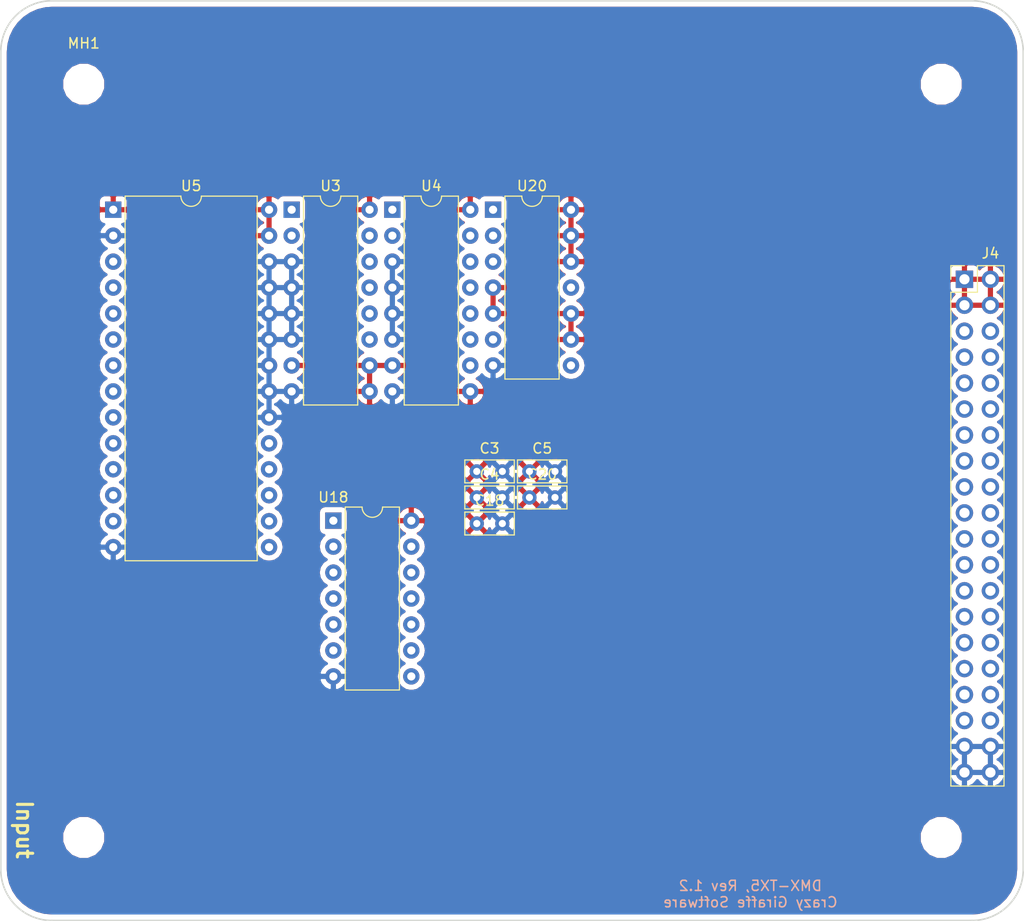
<source format=kicad_pcb>
(kicad_pcb (version 20171130) (host pcbnew "(5.0.0)")

  (general
    (thickness 1.6)
    (drawings 10)
    (tracks 0)
    (zones 0)
    (modules 15)
    (nets 52)
  )

  (page A4)
  (title_block
    (title "DMX Demonstrator - Transmitter-Pro (DMX-TX5)")
    (date 2022-09-30)
    (rev 0.1)
    (company "Crazy Giraffe Software")
    (comment 2 "Designed by: SparkyBobo")
    (comment 3 "https://creativecommons.org/licenses/by-sa/4.0/ ")
    (comment 4 "Released under the Creative Commons Attribution Share-Alike 4.0 License")
  )

  (layers
    (0 F.Cu signal)
    (31 B.Cu signal)
    (32 B.Adhes user)
    (33 F.Adhes user)
    (34 B.Paste user)
    (35 F.Paste user)
    (36 B.SilkS user)
    (37 F.SilkS user)
    (38 B.Mask user)
    (39 F.Mask user)
    (40 Dwgs.User user)
    (41 Cmts.User user)
    (42 Eco1.User user)
    (43 Eco2.User user)
    (44 Edge.Cuts user)
    (45 Margin user)
    (46 B.CrtYd user)
    (47 F.CrtYd user)
    (48 B.Fab user)
    (49 F.Fab user)
  )

  (setup
    (last_trace_width 0.25)
    (trace_clearance 0.2)
    (zone_clearance 0.508)
    (zone_45_only no)
    (trace_min 0.2)
    (segment_width 0.2)
    (edge_width 0.15)
    (via_size 0.8)
    (via_drill 0.4)
    (via_min_size 0.4)
    (via_min_drill 0.3)
    (uvia_size 0.3)
    (uvia_drill 0.1)
    (uvias_allowed no)
    (uvia_min_size 0.2)
    (uvia_min_drill 0.1)
    (pcb_text_width 0.3)
    (pcb_text_size 1.5 1.5)
    (mod_edge_width 0.15)
    (mod_text_size 1 1)
    (mod_text_width 0.15)
    (pad_size 3 3)
    (pad_drill 3)
    (pad_to_mask_clearance 0.2)
    (aux_axis_origin 0 0)
    (visible_elements 7FFFFFFF)
    (pcbplotparams
      (layerselection 0x010fc_ffffffff)
      (usegerberextensions false)
      (usegerberattributes false)
      (usegerberadvancedattributes false)
      (creategerberjobfile false)
      (excludeedgelayer true)
      (linewidth 0.100000)
      (plotframeref false)
      (viasonmask false)
      (mode 1)
      (useauxorigin false)
      (hpglpennumber 1)
      (hpglpenspeed 20)
      (hpglpendiameter 15.000000)
      (psnegative false)
      (psa4output false)
      (plotreference true)
      (plotvalue true)
      (plotinvisibletext false)
      (padsonsilk false)
      (subtractmaskfromsilk false)
      (outputformat 1)
      (mirror false)
      (drillshape 1)
      (scaleselection 1)
      (outputdirectory ""))
  )

  (net 0 "")
  (net 1 +5V)
  (net 2 GND)
  (net 3 "Net-(J4-Pad26)")
  (net 4 "Net-(J4-Pad28)")
  (net 5 "Net-(J4-Pad29)")
  (net 6 "Net-(J4-Pad30)")
  (net 7 "Net-(J4-Pad31)")
  (net 8 "Net-(J4-Pad32)")
  (net 9 "Net-(J4-Pad33)")
  (net 10 "Net-(J4-Pad34)")
  (net 11 "Net-(J4-Pad35)")
  (net 12 "Net-(J4-Pad36)")
  (net 13 /SAMPLE_LATCH)
  (net 14 /CLK_TX)
  (net 15 /~SAMPLE_RESET)
  (net 16 /~SHIFT_LOAD)
  (net 17 /SHIFT_DISABLE)
  (net 18 /SAMPLE_SEL0)
  (net 19 /SAMPLE_SEL1)
  (net 20 /DATA_FIXED)
  (net 21 /SHIFT_TRANSMIT)
  (net 22 /~FRAME_RESET)
  (net 23 /IA7)
  (net 24 /IA6)
  (net 25 /IA5)
  (net 26 /IA4)
  (net 27 /IA3)
  (net 28 /IA2)
  (net 29 /IA1)
  (net 30 /IA0)
  (net 31 "Net-(U3-Pad15)")
  (net 32 "Net-(U4-Pad15)")
  (net 33 "Net-(U20-Pad8)")
  (net 34 "Net-(J4-Pad5)")
  (net 35 "Net-(J4-Pad6)")
  (net 36 "Net-(J4-Pad7)")
  (net 37 "Net-(J4-Pad9)")
  (net 38 "Net-(J4-Pad11)")
  (net 39 "Net-(J4-Pad13)")
  (net 40 "Net-(J4-Pad15)")
  (net 41 "Net-(J4-Pad17)")
  (net 42 "Net-(J4-Pad19)")
  (net 43 "Net-(J4-Pad23)")
  (net 44 "Net-(J4-Pad25)")
  (net 45 "Net-(J4-Pad27)")
  (net 46 "Net-(U18-Pad13)")
  (net 47 "Net-(U18-Pad12)")
  (net 48 "Net-(U18-Pad10)")
  (net 49 "Net-(U18-Pad9)")
  (net 50 "Net-(U20-Pad11)")
  (net 51 "Net-(U20-Pad6)")

  (net_class Default "This is the default net class."
    (clearance 0.2)
    (trace_width 0.25)
    (via_dia 0.8)
    (via_drill 0.4)
    (uvia_dia 0.3)
    (uvia_drill 0.1)
    (add_net +5V)
    (add_net /CLK_TX)
    (add_net /DATA_FIXED)
    (add_net /IA0)
    (add_net /IA1)
    (add_net /IA2)
    (add_net /IA3)
    (add_net /IA4)
    (add_net /IA5)
    (add_net /IA6)
    (add_net /IA7)
    (add_net /SAMPLE_LATCH)
    (add_net /SAMPLE_SEL0)
    (add_net /SAMPLE_SEL1)
    (add_net /SHIFT_DISABLE)
    (add_net /SHIFT_TRANSMIT)
    (add_net /~FRAME_RESET)
    (add_net /~SAMPLE_RESET)
    (add_net /~SHIFT_LOAD)
    (add_net GND)
    (add_net "Net-(J4-Pad11)")
    (add_net "Net-(J4-Pad13)")
    (add_net "Net-(J4-Pad15)")
    (add_net "Net-(J4-Pad17)")
    (add_net "Net-(J4-Pad19)")
    (add_net "Net-(J4-Pad23)")
    (add_net "Net-(J4-Pad25)")
    (add_net "Net-(J4-Pad26)")
    (add_net "Net-(J4-Pad27)")
    (add_net "Net-(J4-Pad28)")
    (add_net "Net-(J4-Pad29)")
    (add_net "Net-(J4-Pad30)")
    (add_net "Net-(J4-Pad31)")
    (add_net "Net-(J4-Pad32)")
    (add_net "Net-(J4-Pad33)")
    (add_net "Net-(J4-Pad34)")
    (add_net "Net-(J4-Pad35)")
    (add_net "Net-(J4-Pad36)")
    (add_net "Net-(J4-Pad5)")
    (add_net "Net-(J4-Pad6)")
    (add_net "Net-(J4-Pad7)")
    (add_net "Net-(J4-Pad9)")
    (add_net "Net-(U18-Pad10)")
    (add_net "Net-(U18-Pad12)")
    (add_net "Net-(U18-Pad13)")
    (add_net "Net-(U18-Pad9)")
    (add_net "Net-(U20-Pad11)")
    (add_net "Net-(U20-Pad6)")
    (add_net "Net-(U20-Pad8)")
    (add_net "Net-(U3-Pad15)")
    (add_net "Net-(U4-Pad15)")
  )

  (module Capacitor_THT:C_Rect_L4.6mm_W2.0mm_P2.50mm_MKS02_FKP02 (layer F.Cu) (tedit 5AE50EF0) (tstamp 634E2EB2)
    (at 138.809001 97.297001)
    (descr "C, Rect series, Radial, pin pitch=2.50mm, , length*width=4.6*2mm^2, Capacitor, http://www.wima.de/DE/WIMA_MKS_02.pdf")
    (tags "C Rect series Radial pin pitch 2.50mm  length 4.6mm width 2mm Capacitor")
    (path /714E8299)
    (fp_text reference C20 (at 1.25 -2.25) (layer F.SilkS)
      (effects (font (size 1 1) (thickness 0.15)))
    )
    (fp_text value .01uF (at 1.25 2.25) (layer F.Fab)
      (effects (font (size 1 1) (thickness 0.15)))
    )
    (fp_line (start -1.05 -1) (end -1.05 1) (layer F.Fab) (width 0.1))
    (fp_line (start -1.05 1) (end 3.55 1) (layer F.Fab) (width 0.1))
    (fp_line (start 3.55 1) (end 3.55 -1) (layer F.Fab) (width 0.1))
    (fp_line (start 3.55 -1) (end -1.05 -1) (layer F.Fab) (width 0.1))
    (fp_line (start -1.17 -1.12) (end 3.67 -1.12) (layer F.SilkS) (width 0.12))
    (fp_line (start -1.17 1.12) (end 3.67 1.12) (layer F.SilkS) (width 0.12))
    (fp_line (start -1.17 -1.12) (end -1.17 1.12) (layer F.SilkS) (width 0.12))
    (fp_line (start 3.67 -1.12) (end 3.67 1.12) (layer F.SilkS) (width 0.12))
    (fp_line (start -1.3 -1.25) (end -1.3 1.25) (layer F.CrtYd) (width 0.05))
    (fp_line (start -1.3 1.25) (end 3.8 1.25) (layer F.CrtYd) (width 0.05))
    (fp_line (start 3.8 1.25) (end 3.8 -1.25) (layer F.CrtYd) (width 0.05))
    (fp_line (start 3.8 -1.25) (end -1.3 -1.25) (layer F.CrtYd) (width 0.05))
    (fp_text user %R (at 1.25 0) (layer F.Fab)
      (effects (font (size 0.92 0.92) (thickness 0.138)))
    )
    (pad 1 thru_hole circle (at 0 0) (size 1.4 1.4) (drill 0.7) (layers *.Cu *.Mask)
      (net 1 +5V))
    (pad 2 thru_hole circle (at 2.5 0) (size 1.4 1.4) (drill 0.7) (layers *.Cu *.Mask)
      (net 2 GND))
    (model ${KISYS3DMOD}/Capacitor_THT.3dshapes/C_Rect_L4.6mm_W2.0mm_P2.50mm_MKS02_FKP02.wrl
      (at (xyz 0 0 0))
      (scale (xyz 1 1 1))
      (rotate (xyz 0 0 0))
    )
  )

  (module Capacitor_THT:C_Rect_L4.6mm_W2.0mm_P2.50mm_MKS02_FKP02 (layer F.Cu) (tedit 5AE50EF0) (tstamp 634E2E9F)
    (at 133.659001 99.847001)
    (descr "C, Rect series, Radial, pin pitch=2.50mm, , length*width=4.6*2mm^2, Capacitor, http://www.wima.de/DE/WIMA_MKS_02.pdf")
    (tags "C Rect series Radial pin pitch 2.50mm  length 4.6mm width 2mm Capacitor")
    (path /714E8297)
    (fp_text reference C18 (at 1.25 -2.25) (layer F.SilkS)
      (effects (font (size 1 1) (thickness 0.15)))
    )
    (fp_text value .01uF (at 1.25 2.25) (layer F.Fab)
      (effects (font (size 1 1) (thickness 0.15)))
    )
    (fp_text user %R (at 1.25 0) (layer F.Fab)
      (effects (font (size 0.92 0.92) (thickness 0.138)))
    )
    (fp_line (start 3.8 -1.25) (end -1.3 -1.25) (layer F.CrtYd) (width 0.05))
    (fp_line (start 3.8 1.25) (end 3.8 -1.25) (layer F.CrtYd) (width 0.05))
    (fp_line (start -1.3 1.25) (end 3.8 1.25) (layer F.CrtYd) (width 0.05))
    (fp_line (start -1.3 -1.25) (end -1.3 1.25) (layer F.CrtYd) (width 0.05))
    (fp_line (start 3.67 -1.12) (end 3.67 1.12) (layer F.SilkS) (width 0.12))
    (fp_line (start -1.17 -1.12) (end -1.17 1.12) (layer F.SilkS) (width 0.12))
    (fp_line (start -1.17 1.12) (end 3.67 1.12) (layer F.SilkS) (width 0.12))
    (fp_line (start -1.17 -1.12) (end 3.67 -1.12) (layer F.SilkS) (width 0.12))
    (fp_line (start 3.55 -1) (end -1.05 -1) (layer F.Fab) (width 0.1))
    (fp_line (start 3.55 1) (end 3.55 -1) (layer F.Fab) (width 0.1))
    (fp_line (start -1.05 1) (end 3.55 1) (layer F.Fab) (width 0.1))
    (fp_line (start -1.05 -1) (end -1.05 1) (layer F.Fab) (width 0.1))
    (pad 2 thru_hole circle (at 2.5 0) (size 1.4 1.4) (drill 0.7) (layers *.Cu *.Mask)
      (net 2 GND))
    (pad 1 thru_hole circle (at 0 0) (size 1.4 1.4) (drill 0.7) (layers *.Cu *.Mask)
      (net 1 +5V))
    (model ${KISYS3DMOD}/Capacitor_THT.3dshapes/C_Rect_L4.6mm_W2.0mm_P2.50mm_MKS02_FKP02.wrl
      (at (xyz 0 0 0))
      (scale (xyz 1 1 1))
      (rotate (xyz 0 0 0))
    )
  )

  (module Capacitor_THT:C_Rect_L4.6mm_W2.0mm_P2.50mm_MKS02_FKP02 (layer F.Cu) (tedit 5AE50EF0) (tstamp 634E2E8C)
    (at 138.809001 94.747001)
    (descr "C, Rect series, Radial, pin pitch=2.50mm, , length*width=4.6*2mm^2, Capacitor, http://www.wima.de/DE/WIMA_MKS_02.pdf")
    (tags "C Rect series Radial pin pitch 2.50mm  length 4.6mm width 2mm Capacitor")
    (path /681C443E)
    (fp_text reference C5 (at 1.25 -2.25) (layer F.SilkS)
      (effects (font (size 1 1) (thickness 0.15)))
    )
    (fp_text value .01uF (at 1.25 2.25) (layer F.Fab)
      (effects (font (size 1 1) (thickness 0.15)))
    )
    (fp_line (start -1.05 -1) (end -1.05 1) (layer F.Fab) (width 0.1))
    (fp_line (start -1.05 1) (end 3.55 1) (layer F.Fab) (width 0.1))
    (fp_line (start 3.55 1) (end 3.55 -1) (layer F.Fab) (width 0.1))
    (fp_line (start 3.55 -1) (end -1.05 -1) (layer F.Fab) (width 0.1))
    (fp_line (start -1.17 -1.12) (end 3.67 -1.12) (layer F.SilkS) (width 0.12))
    (fp_line (start -1.17 1.12) (end 3.67 1.12) (layer F.SilkS) (width 0.12))
    (fp_line (start -1.17 -1.12) (end -1.17 1.12) (layer F.SilkS) (width 0.12))
    (fp_line (start 3.67 -1.12) (end 3.67 1.12) (layer F.SilkS) (width 0.12))
    (fp_line (start -1.3 -1.25) (end -1.3 1.25) (layer F.CrtYd) (width 0.05))
    (fp_line (start -1.3 1.25) (end 3.8 1.25) (layer F.CrtYd) (width 0.05))
    (fp_line (start 3.8 1.25) (end 3.8 -1.25) (layer F.CrtYd) (width 0.05))
    (fp_line (start 3.8 -1.25) (end -1.3 -1.25) (layer F.CrtYd) (width 0.05))
    (fp_text user %R (at 1.25 0) (layer F.Fab)
      (effects (font (size 0.92 0.92) (thickness 0.138)))
    )
    (pad 1 thru_hole circle (at 0 0) (size 1.4 1.4) (drill 0.7) (layers *.Cu *.Mask)
      (net 1 +5V))
    (pad 2 thru_hole circle (at 2.5 0) (size 1.4 1.4) (drill 0.7) (layers *.Cu *.Mask)
      (net 2 GND))
    (model ${KISYS3DMOD}/Capacitor_THT.3dshapes/C_Rect_L4.6mm_W2.0mm_P2.50mm_MKS02_FKP02.wrl
      (at (xyz 0 0 0))
      (scale (xyz 1 1 1))
      (rotate (xyz 0 0 0))
    )
  )

  (module Capacitor_THT:C_Rect_L4.6mm_W2.0mm_P2.50mm_MKS02_FKP02 (layer F.Cu) (tedit 5AE50EF0) (tstamp 634E2E79)
    (at 133.659001 97.297001)
    (descr "C, Rect series, Radial, pin pitch=2.50mm, , length*width=4.6*2mm^2, Capacitor, http://www.wima.de/DE/WIMA_MKS_02.pdf")
    (tags "C Rect series Radial pin pitch 2.50mm  length 4.6mm width 2mm Capacitor")
    (path /681C4400)
    (fp_text reference C4 (at 1.25 -2.25) (layer F.SilkS)
      (effects (font (size 1 1) (thickness 0.15)))
    )
    (fp_text value .01uF (at 1.25 2.25) (layer F.Fab)
      (effects (font (size 1 1) (thickness 0.15)))
    )
    (fp_text user %R (at 1.25 0) (layer F.Fab)
      (effects (font (size 0.92 0.92) (thickness 0.138)))
    )
    (fp_line (start 3.8 -1.25) (end -1.3 -1.25) (layer F.CrtYd) (width 0.05))
    (fp_line (start 3.8 1.25) (end 3.8 -1.25) (layer F.CrtYd) (width 0.05))
    (fp_line (start -1.3 1.25) (end 3.8 1.25) (layer F.CrtYd) (width 0.05))
    (fp_line (start -1.3 -1.25) (end -1.3 1.25) (layer F.CrtYd) (width 0.05))
    (fp_line (start 3.67 -1.12) (end 3.67 1.12) (layer F.SilkS) (width 0.12))
    (fp_line (start -1.17 -1.12) (end -1.17 1.12) (layer F.SilkS) (width 0.12))
    (fp_line (start -1.17 1.12) (end 3.67 1.12) (layer F.SilkS) (width 0.12))
    (fp_line (start -1.17 -1.12) (end 3.67 -1.12) (layer F.SilkS) (width 0.12))
    (fp_line (start 3.55 -1) (end -1.05 -1) (layer F.Fab) (width 0.1))
    (fp_line (start 3.55 1) (end 3.55 -1) (layer F.Fab) (width 0.1))
    (fp_line (start -1.05 1) (end 3.55 1) (layer F.Fab) (width 0.1))
    (fp_line (start -1.05 -1) (end -1.05 1) (layer F.Fab) (width 0.1))
    (pad 2 thru_hole circle (at 2.5 0) (size 1.4 1.4) (drill 0.7) (layers *.Cu *.Mask)
      (net 2 GND))
    (pad 1 thru_hole circle (at 0 0) (size 1.4 1.4) (drill 0.7) (layers *.Cu *.Mask)
      (net 1 +5V))
    (model ${KISYS3DMOD}/Capacitor_THT.3dshapes/C_Rect_L4.6mm_W2.0mm_P2.50mm_MKS02_FKP02.wrl
      (at (xyz 0 0 0))
      (scale (xyz 1 1 1))
      (rotate (xyz 0 0 0))
    )
  )

  (module Capacitor_THT:C_Rect_L4.6mm_W2.0mm_P2.50mm_MKS02_FKP02 (layer F.Cu) (tedit 5AE50EF0) (tstamp 634E2E66)
    (at 133.659001 94.747001)
    (descr "C, Rect series, Radial, pin pitch=2.50mm, , length*width=4.6*2mm^2, Capacitor, http://www.wima.de/DE/WIMA_MKS_02.pdf")
    (tags "C Rect series Radial pin pitch 2.50mm  length 4.6mm width 2mm Capacitor")
    (path /681C43A0)
    (fp_text reference C3 (at 1.25 -2.25) (layer F.SilkS)
      (effects (font (size 1 1) (thickness 0.15)))
    )
    (fp_text value .01uF (at 1.25 2.25) (layer F.Fab)
      (effects (font (size 1 1) (thickness 0.15)))
    )
    (fp_line (start -1.05 -1) (end -1.05 1) (layer F.Fab) (width 0.1))
    (fp_line (start -1.05 1) (end 3.55 1) (layer F.Fab) (width 0.1))
    (fp_line (start 3.55 1) (end 3.55 -1) (layer F.Fab) (width 0.1))
    (fp_line (start 3.55 -1) (end -1.05 -1) (layer F.Fab) (width 0.1))
    (fp_line (start -1.17 -1.12) (end 3.67 -1.12) (layer F.SilkS) (width 0.12))
    (fp_line (start -1.17 1.12) (end 3.67 1.12) (layer F.SilkS) (width 0.12))
    (fp_line (start -1.17 -1.12) (end -1.17 1.12) (layer F.SilkS) (width 0.12))
    (fp_line (start 3.67 -1.12) (end 3.67 1.12) (layer F.SilkS) (width 0.12))
    (fp_line (start -1.3 -1.25) (end -1.3 1.25) (layer F.CrtYd) (width 0.05))
    (fp_line (start -1.3 1.25) (end 3.8 1.25) (layer F.CrtYd) (width 0.05))
    (fp_line (start 3.8 1.25) (end 3.8 -1.25) (layer F.CrtYd) (width 0.05))
    (fp_line (start 3.8 -1.25) (end -1.3 -1.25) (layer F.CrtYd) (width 0.05))
    (fp_text user %R (at 1.25 0) (layer F.Fab)
      (effects (font (size 0.92 0.92) (thickness 0.138)))
    )
    (pad 1 thru_hole circle (at 0 0) (size 1.4 1.4) (drill 0.7) (layers *.Cu *.Mask)
      (net 1 +5V))
    (pad 2 thru_hole circle (at 2.5 0) (size 1.4 1.4) (drill 0.7) (layers *.Cu *.Mask)
      (net 2 GND))
    (model ${KISYS3DMOD}/Capacitor_THT.3dshapes/C_Rect_L4.6mm_W2.0mm_P2.50mm_MKS02_FKP02.wrl
      (at (xyz 0 0 0))
      (scale (xyz 1 1 1))
      (rotate (xyz 0 0 0))
    )
  )

  (module Package_DIP:DIP-14_W7.62mm (layer F.Cu) (tedit 5A02E8C5) (tstamp 634E259A)
    (at 135.253001 69.139001)
    (descr "14-lead though-hole mounted DIP package, row spacing 7.62 mm (300 mils)")
    (tags "THT DIP DIL PDIP 2.54mm 7.62mm 300mil")
    (path /639D9D08)
    (fp_text reference U20 (at 3.81 -2.33) (layer F.SilkS)
      (effects (font (size 1 1) (thickness 0.15)))
    )
    (fp_text value 74LS00 (at 3.81 17.57) (layer F.Fab)
      (effects (font (size 1 1) (thickness 0.15)))
    )
    (fp_arc (start 3.81 -1.33) (end 2.81 -1.33) (angle -180) (layer F.SilkS) (width 0.12))
    (fp_line (start 1.635 -1.27) (end 6.985 -1.27) (layer F.Fab) (width 0.1))
    (fp_line (start 6.985 -1.27) (end 6.985 16.51) (layer F.Fab) (width 0.1))
    (fp_line (start 6.985 16.51) (end 0.635 16.51) (layer F.Fab) (width 0.1))
    (fp_line (start 0.635 16.51) (end 0.635 -0.27) (layer F.Fab) (width 0.1))
    (fp_line (start 0.635 -0.27) (end 1.635 -1.27) (layer F.Fab) (width 0.1))
    (fp_line (start 2.81 -1.33) (end 1.16 -1.33) (layer F.SilkS) (width 0.12))
    (fp_line (start 1.16 -1.33) (end 1.16 16.57) (layer F.SilkS) (width 0.12))
    (fp_line (start 1.16 16.57) (end 6.46 16.57) (layer F.SilkS) (width 0.12))
    (fp_line (start 6.46 16.57) (end 6.46 -1.33) (layer F.SilkS) (width 0.12))
    (fp_line (start 6.46 -1.33) (end 4.81 -1.33) (layer F.SilkS) (width 0.12))
    (fp_line (start -1.1 -1.55) (end -1.1 16.8) (layer F.CrtYd) (width 0.05))
    (fp_line (start -1.1 16.8) (end 8.7 16.8) (layer F.CrtYd) (width 0.05))
    (fp_line (start 8.7 16.8) (end 8.7 -1.55) (layer F.CrtYd) (width 0.05))
    (fp_line (start 8.7 -1.55) (end -1.1 -1.55) (layer F.CrtYd) (width 0.05))
    (fp_text user %R (at 3.81 7.62) (layer F.Fab)
      (effects (font (size 1 1) (thickness 0.15)))
    )
    (pad 1 thru_hole rect (at 0 0) (size 1.6 1.6) (drill 0.8) (layers *.Cu *.Mask)
      (net 20 /DATA_FIXED))
    (pad 8 thru_hole oval (at 7.62 15.24) (size 1.6 1.6) (drill 0.8) (layers *.Cu *.Mask)
      (net 33 "Net-(U20-Pad8)"))
    (pad 2 thru_hole oval (at 0 2.54) (size 1.6 1.6) (drill 0.8) (layers *.Cu *.Mask)
      (net 13 /SAMPLE_LATCH))
    (pad 9 thru_hole oval (at 7.62 12.7) (size 1.6 1.6) (drill 0.8) (layers *.Cu *.Mask)
      (net 1 +5V))
    (pad 3 thru_hole oval (at 0 5.08) (size 1.6 1.6) (drill 0.8) (layers *.Cu *.Mask)
      (net 49 "Net-(U18-Pad9)"))
    (pad 10 thru_hole oval (at 7.62 10.16) (size 1.6 1.6) (drill 0.8) (layers *.Cu *.Mask)
      (net 1 +5V))
    (pad 4 thru_hole oval (at 0 7.62) (size 1.6 1.6) (drill 0.8) (layers *.Cu *.Mask)
      (net 1 +5V))
    (pad 11 thru_hole oval (at 7.62 7.62) (size 1.6 1.6) (drill 0.8) (layers *.Cu *.Mask)
      (net 50 "Net-(U20-Pad11)"))
    (pad 5 thru_hole oval (at 0 10.16) (size 1.6 1.6) (drill 0.8) (layers *.Cu *.Mask)
      (net 1 +5V))
    (pad 12 thru_hole oval (at 7.62 5.08) (size 1.6 1.6) (drill 0.8) (layers *.Cu *.Mask)
      (net 1 +5V))
    (pad 6 thru_hole oval (at 0 12.7) (size 1.6 1.6) (drill 0.8) (layers *.Cu *.Mask)
      (net 51 "Net-(U20-Pad6)"))
    (pad 13 thru_hole oval (at 7.62 2.54) (size 1.6 1.6) (drill 0.8) (layers *.Cu *.Mask)
      (net 1 +5V))
    (pad 7 thru_hole oval (at 0 15.24) (size 1.6 1.6) (drill 0.8) (layers *.Cu *.Mask)
      (net 2 GND))
    (pad 14 thru_hole oval (at 7.62 0) (size 1.6 1.6) (drill 0.8) (layers *.Cu *.Mask)
      (net 1 +5V))
    (model ${KISYS3DMOD}/Package_DIP.3dshapes/DIP-14_W7.62mm.wrl
      (at (xyz 0 0 0))
      (scale (xyz 1 1 1))
      (rotate (xyz 0 0 0))
    )
  )

  (module Package_DIP:DIP-16_W7.62mm (layer F.Cu) (tedit 5A02E8C5) (tstamp 634E2557)
    (at 125.403001 69.139001)
    (descr "16-lead though-hole mounted DIP package, row spacing 7.62 mm (300 mils)")
    (tags "THT DIP DIL PDIP 2.54mm 7.62mm 300mil")
    (path /63351423)
    (fp_text reference U4 (at 3.81 -2.33) (layer F.SilkS)
      (effects (font (size 1 1) (thickness 0.15)))
    )
    (fp_text value 74LS161 (at 3.81 20.11) (layer F.Fab)
      (effects (font (size 1 1) (thickness 0.15)))
    )
    (fp_text user %R (at 3.81 8.89) (layer F.Fab)
      (effects (font (size 1 1) (thickness 0.15)))
    )
    (fp_line (start 8.7 -1.55) (end -1.1 -1.55) (layer F.CrtYd) (width 0.05))
    (fp_line (start 8.7 19.3) (end 8.7 -1.55) (layer F.CrtYd) (width 0.05))
    (fp_line (start -1.1 19.3) (end 8.7 19.3) (layer F.CrtYd) (width 0.05))
    (fp_line (start -1.1 -1.55) (end -1.1 19.3) (layer F.CrtYd) (width 0.05))
    (fp_line (start 6.46 -1.33) (end 4.81 -1.33) (layer F.SilkS) (width 0.12))
    (fp_line (start 6.46 19.11) (end 6.46 -1.33) (layer F.SilkS) (width 0.12))
    (fp_line (start 1.16 19.11) (end 6.46 19.11) (layer F.SilkS) (width 0.12))
    (fp_line (start 1.16 -1.33) (end 1.16 19.11) (layer F.SilkS) (width 0.12))
    (fp_line (start 2.81 -1.33) (end 1.16 -1.33) (layer F.SilkS) (width 0.12))
    (fp_line (start 0.635 -0.27) (end 1.635 -1.27) (layer F.Fab) (width 0.1))
    (fp_line (start 0.635 19.05) (end 0.635 -0.27) (layer F.Fab) (width 0.1))
    (fp_line (start 6.985 19.05) (end 0.635 19.05) (layer F.Fab) (width 0.1))
    (fp_line (start 6.985 -1.27) (end 6.985 19.05) (layer F.Fab) (width 0.1))
    (fp_line (start 1.635 -1.27) (end 6.985 -1.27) (layer F.Fab) (width 0.1))
    (fp_arc (start 3.81 -1.33) (end 2.81 -1.33) (angle -180) (layer F.SilkS) (width 0.12))
    (pad 16 thru_hole oval (at 7.62 0) (size 1.6 1.6) (drill 0.8) (layers *.Cu *.Mask)
      (net 1 +5V))
    (pad 8 thru_hole oval (at 0 17.78) (size 1.6 1.6) (drill 0.8) (layers *.Cu *.Mask)
      (net 2 GND))
    (pad 15 thru_hole oval (at 7.62 2.54) (size 1.6 1.6) (drill 0.8) (layers *.Cu *.Mask)
      (net 32 "Net-(U4-Pad15)"))
    (pad 7 thru_hole oval (at 0 15.24) (size 1.6 1.6) (drill 0.8) (layers *.Cu *.Mask)
      (net 1 +5V))
    (pad 14 thru_hole oval (at 7.62 5.08) (size 1.6 1.6) (drill 0.8) (layers *.Cu *.Mask)
      (net 26 /IA4))
    (pad 6 thru_hole oval (at 0 12.7) (size 1.6 1.6) (drill 0.8) (layers *.Cu *.Mask)
      (net 2 GND))
    (pad 13 thru_hole oval (at 7.62 7.62) (size 1.6 1.6) (drill 0.8) (layers *.Cu *.Mask)
      (net 25 /IA5))
    (pad 5 thru_hole oval (at 0 10.16) (size 1.6 1.6) (drill 0.8) (layers *.Cu *.Mask)
      (net 2 GND))
    (pad 12 thru_hole oval (at 7.62 10.16) (size 1.6 1.6) (drill 0.8) (layers *.Cu *.Mask)
      (net 24 /IA6))
    (pad 4 thru_hole oval (at 0 7.62) (size 1.6 1.6) (drill 0.8) (layers *.Cu *.Mask)
      (net 2 GND))
    (pad 11 thru_hole oval (at 7.62 12.7) (size 1.6 1.6) (drill 0.8) (layers *.Cu *.Mask)
      (net 23 /IA7))
    (pad 3 thru_hole oval (at 0 5.08) (size 1.6 1.6) (drill 0.8) (layers *.Cu *.Mask)
      (net 2 GND))
    (pad 10 thru_hole oval (at 7.62 15.24) (size 1.6 1.6) (drill 0.8) (layers *.Cu *.Mask)
      (net 31 "Net-(U3-Pad15)"))
    (pad 2 thru_hole oval (at 0 2.54) (size 1.6 1.6) (drill 0.8) (layers *.Cu *.Mask)
      (net 14 /CLK_TX))
    (pad 9 thru_hole oval (at 7.62 17.78) (size 1.6 1.6) (drill 0.8) (layers *.Cu *.Mask)
      (net 1 +5V))
    (pad 1 thru_hole rect (at 0 0) (size 1.6 1.6) (drill 0.8) (layers *.Cu *.Mask)
      (net 22 /~FRAME_RESET))
    (model ${KISYS3DMOD}/Package_DIP.3dshapes/DIP-16_W7.62mm.wrl
      (at (xyz 0 0 0))
      (scale (xyz 1 1 1))
      (rotate (xyz 0 0 0))
    )
  )

  (module Package_DIP:DIP-16_W7.62mm (layer F.Cu) (tedit 5A02E8C5) (tstamp 634E2533)
    (at 115.553001 69.139001)
    (descr "16-lead though-hole mounted DIP package, row spacing 7.62 mm (300 mils)")
    (tags "THT DIP DIL PDIP 2.54mm 7.62mm 300mil")
    (path /633513E9)
    (fp_text reference U3 (at 3.81 -2.33) (layer F.SilkS)
      (effects (font (size 1 1) (thickness 0.15)))
    )
    (fp_text value 74LS161 (at 3.81 20.11) (layer F.Fab)
      (effects (font (size 1 1) (thickness 0.15)))
    )
    (fp_arc (start 3.81 -1.33) (end 2.81 -1.33) (angle -180) (layer F.SilkS) (width 0.12))
    (fp_line (start 1.635 -1.27) (end 6.985 -1.27) (layer F.Fab) (width 0.1))
    (fp_line (start 6.985 -1.27) (end 6.985 19.05) (layer F.Fab) (width 0.1))
    (fp_line (start 6.985 19.05) (end 0.635 19.05) (layer F.Fab) (width 0.1))
    (fp_line (start 0.635 19.05) (end 0.635 -0.27) (layer F.Fab) (width 0.1))
    (fp_line (start 0.635 -0.27) (end 1.635 -1.27) (layer F.Fab) (width 0.1))
    (fp_line (start 2.81 -1.33) (end 1.16 -1.33) (layer F.SilkS) (width 0.12))
    (fp_line (start 1.16 -1.33) (end 1.16 19.11) (layer F.SilkS) (width 0.12))
    (fp_line (start 1.16 19.11) (end 6.46 19.11) (layer F.SilkS) (width 0.12))
    (fp_line (start 6.46 19.11) (end 6.46 -1.33) (layer F.SilkS) (width 0.12))
    (fp_line (start 6.46 -1.33) (end 4.81 -1.33) (layer F.SilkS) (width 0.12))
    (fp_line (start -1.1 -1.55) (end -1.1 19.3) (layer F.CrtYd) (width 0.05))
    (fp_line (start -1.1 19.3) (end 8.7 19.3) (layer F.CrtYd) (width 0.05))
    (fp_line (start 8.7 19.3) (end 8.7 -1.55) (layer F.CrtYd) (width 0.05))
    (fp_line (start 8.7 -1.55) (end -1.1 -1.55) (layer F.CrtYd) (width 0.05))
    (fp_text user %R (at 3.81 8.89) (layer F.Fab)
      (effects (font (size 1 1) (thickness 0.15)))
    )
    (pad 1 thru_hole rect (at 0 0) (size 1.6 1.6) (drill 0.8) (layers *.Cu *.Mask)
      (net 22 /~FRAME_RESET))
    (pad 9 thru_hole oval (at 7.62 17.78) (size 1.6 1.6) (drill 0.8) (layers *.Cu *.Mask)
      (net 1 +5V))
    (pad 2 thru_hole oval (at 0 2.54) (size 1.6 1.6) (drill 0.8) (layers *.Cu *.Mask)
      (net 14 /CLK_TX))
    (pad 10 thru_hole oval (at 7.62 15.24) (size 1.6 1.6) (drill 0.8) (layers *.Cu *.Mask)
      (net 1 +5V))
    (pad 3 thru_hole oval (at 0 5.08) (size 1.6 1.6) (drill 0.8) (layers *.Cu *.Mask)
      (net 2 GND))
    (pad 11 thru_hole oval (at 7.62 12.7) (size 1.6 1.6) (drill 0.8) (layers *.Cu *.Mask)
      (net 27 /IA3))
    (pad 4 thru_hole oval (at 0 7.62) (size 1.6 1.6) (drill 0.8) (layers *.Cu *.Mask)
      (net 2 GND))
    (pad 12 thru_hole oval (at 7.62 10.16) (size 1.6 1.6) (drill 0.8) (layers *.Cu *.Mask)
      (net 28 /IA2))
    (pad 5 thru_hole oval (at 0 10.16) (size 1.6 1.6) (drill 0.8) (layers *.Cu *.Mask)
      (net 2 GND))
    (pad 13 thru_hole oval (at 7.62 7.62) (size 1.6 1.6) (drill 0.8) (layers *.Cu *.Mask)
      (net 29 /IA1))
    (pad 6 thru_hole oval (at 0 12.7) (size 1.6 1.6) (drill 0.8) (layers *.Cu *.Mask)
      (net 2 GND))
    (pad 14 thru_hole oval (at 7.62 5.08) (size 1.6 1.6) (drill 0.8) (layers *.Cu *.Mask)
      (net 30 /IA0))
    (pad 7 thru_hole oval (at 0 15.24) (size 1.6 1.6) (drill 0.8) (layers *.Cu *.Mask)
      (net 1 +5V))
    (pad 15 thru_hole oval (at 7.62 2.54) (size 1.6 1.6) (drill 0.8) (layers *.Cu *.Mask)
      (net 31 "Net-(U3-Pad15)"))
    (pad 8 thru_hole oval (at 0 17.78) (size 1.6 1.6) (drill 0.8) (layers *.Cu *.Mask)
      (net 2 GND))
    (pad 16 thru_hole oval (at 7.62 0) (size 1.6 1.6) (drill 0.8) (layers *.Cu *.Mask)
      (net 1 +5V))
    (model ${KISYS3DMOD}/Package_DIP.3dshapes/DIP-16_W7.62mm.wrl
      (at (xyz 0 0 0))
      (scale (xyz 1 1 1))
      (rotate (xyz 0 0 0))
    )
  )

  (module Package_DIP:DIP-28_W15.24mm (layer F.Cu) (tedit 5A02E8C5) (tstamp 634E250F)
    (at 98.103001 69.139001)
    (descr "28-lead though-hole mounted DIP package, row spacing 15.24 mm (600 mils)")
    (tags "THT DIP DIL PDIP 2.54mm 15.24mm 600mil")
    (path /633513CD)
    (fp_text reference U5 (at 7.62 -2.33) (layer F.SilkS)
      (effects (font (size 1 1) (thickness 0.15)))
    )
    (fp_text value 27128 (at 7.62 35.35) (layer F.Fab)
      (effects (font (size 1 1) (thickness 0.15)))
    )
    (fp_arc (start 7.62 -1.33) (end 6.62 -1.33) (angle -180) (layer F.SilkS) (width 0.12))
    (fp_line (start 1.255 -1.27) (end 14.985 -1.27) (layer F.Fab) (width 0.1))
    (fp_line (start 14.985 -1.27) (end 14.985 34.29) (layer F.Fab) (width 0.1))
    (fp_line (start 14.985 34.29) (end 0.255 34.29) (layer F.Fab) (width 0.1))
    (fp_line (start 0.255 34.29) (end 0.255 -0.27) (layer F.Fab) (width 0.1))
    (fp_line (start 0.255 -0.27) (end 1.255 -1.27) (layer F.Fab) (width 0.1))
    (fp_line (start 6.62 -1.33) (end 1.16 -1.33) (layer F.SilkS) (width 0.12))
    (fp_line (start 1.16 -1.33) (end 1.16 34.35) (layer F.SilkS) (width 0.12))
    (fp_line (start 1.16 34.35) (end 14.08 34.35) (layer F.SilkS) (width 0.12))
    (fp_line (start 14.08 34.35) (end 14.08 -1.33) (layer F.SilkS) (width 0.12))
    (fp_line (start 14.08 -1.33) (end 8.62 -1.33) (layer F.SilkS) (width 0.12))
    (fp_line (start -1.05 -1.55) (end -1.05 34.55) (layer F.CrtYd) (width 0.05))
    (fp_line (start -1.05 34.55) (end 16.3 34.55) (layer F.CrtYd) (width 0.05))
    (fp_line (start 16.3 34.55) (end 16.3 -1.55) (layer F.CrtYd) (width 0.05))
    (fp_line (start 16.3 -1.55) (end -1.05 -1.55) (layer F.CrtYd) (width 0.05))
    (fp_text user %R (at 7.62 16.51) (layer F.Fab)
      (effects (font (size 1 1) (thickness 0.15)))
    )
    (pad 1 thru_hole rect (at 0 0) (size 1.6 1.6) (drill 0.8) (layers *.Cu *.Mask)
      (net 1 +5V))
    (pad 15 thru_hole oval (at 15.24 33.02) (size 1.6 1.6) (drill 0.8) (layers *.Cu *.Mask)
      (net 19 /SAMPLE_SEL1))
    (pad 2 thru_hole oval (at 0 2.54) (size 1.6 1.6) (drill 0.8) (layers *.Cu *.Mask)
      (net 2 GND))
    (pad 16 thru_hole oval (at 15.24 30.48) (size 1.6 1.6) (drill 0.8) (layers *.Cu *.Mask)
      (net 16 /~SHIFT_LOAD))
    (pad 3 thru_hole oval (at 0 5.08) (size 1.6 1.6) (drill 0.8) (layers *.Cu *.Mask)
      (net 23 /IA7))
    (pad 17 thru_hole oval (at 15.24 27.94) (size 1.6 1.6) (drill 0.8) (layers *.Cu *.Mask)
      (net 17 /SHIFT_DISABLE))
    (pad 4 thru_hole oval (at 0 7.62) (size 1.6 1.6) (drill 0.8) (layers *.Cu *.Mask)
      (net 24 /IA6))
    (pad 18 thru_hole oval (at 15.24 25.4) (size 1.6 1.6) (drill 0.8) (layers *.Cu *.Mask)
      (net 21 /SHIFT_TRANSMIT))
    (pad 5 thru_hole oval (at 0 10.16) (size 1.6 1.6) (drill 0.8) (layers *.Cu *.Mask)
      (net 25 /IA5))
    (pad 19 thru_hole oval (at 15.24 22.86) (size 1.6 1.6) (drill 0.8) (layers *.Cu *.Mask)
      (net 20 /DATA_FIXED))
    (pad 6 thru_hole oval (at 0 12.7) (size 1.6 1.6) (drill 0.8) (layers *.Cu *.Mask)
      (net 26 /IA4))
    (pad 20 thru_hole oval (at 15.24 20.32) (size 1.6 1.6) (drill 0.8) (layers *.Cu *.Mask)
      (net 2 GND))
    (pad 7 thru_hole oval (at 0 15.24) (size 1.6 1.6) (drill 0.8) (layers *.Cu *.Mask)
      (net 27 /IA3))
    (pad 21 thru_hole oval (at 15.24 17.78) (size 1.6 1.6) (drill 0.8) (layers *.Cu *.Mask)
      (net 2 GND))
    (pad 8 thru_hole oval (at 0 17.78) (size 1.6 1.6) (drill 0.8) (layers *.Cu *.Mask)
      (net 28 /IA2))
    (pad 22 thru_hole oval (at 15.24 15.24) (size 1.6 1.6) (drill 0.8) (layers *.Cu *.Mask)
      (net 2 GND))
    (pad 9 thru_hole oval (at 0 20.32) (size 1.6 1.6) (drill 0.8) (layers *.Cu *.Mask)
      (net 29 /IA1))
    (pad 23 thru_hole oval (at 15.24 12.7) (size 1.6 1.6) (drill 0.8) (layers *.Cu *.Mask)
      (net 2 GND))
    (pad 10 thru_hole oval (at 0 22.86) (size 1.6 1.6) (drill 0.8) (layers *.Cu *.Mask)
      (net 30 /IA0))
    (pad 24 thru_hole oval (at 15.24 10.16) (size 1.6 1.6) (drill 0.8) (layers *.Cu *.Mask)
      (net 2 GND))
    (pad 11 thru_hole oval (at 0 25.4) (size 1.6 1.6) (drill 0.8) (layers *.Cu *.Mask)
      (net 13 /SAMPLE_LATCH))
    (pad 25 thru_hole oval (at 15.24 7.62) (size 1.6 1.6) (drill 0.8) (layers *.Cu *.Mask)
      (net 2 GND))
    (pad 12 thru_hole oval (at 0 27.94) (size 1.6 1.6) (drill 0.8) (layers *.Cu *.Mask)
      (net 15 /~SAMPLE_RESET))
    (pad 26 thru_hole oval (at 15.24 5.08) (size 1.6 1.6) (drill 0.8) (layers *.Cu *.Mask)
      (net 2 GND))
    (pad 13 thru_hole oval (at 0 30.48) (size 1.6 1.6) (drill 0.8) (layers *.Cu *.Mask)
      (net 18 /SAMPLE_SEL0))
    (pad 27 thru_hole oval (at 15.24 2.54) (size 1.6 1.6) (drill 0.8) (layers *.Cu *.Mask)
      (net 1 +5V))
    (pad 14 thru_hole oval (at 0 33.02) (size 1.6 1.6) (drill 0.8) (layers *.Cu *.Mask)
      (net 2 GND))
    (pad 28 thru_hole oval (at 15.24 0) (size 1.6 1.6) (drill 0.8) (layers *.Cu *.Mask)
      (net 1 +5V))
    (model ${KISYS3DMOD}/Package_DIP.3dshapes/DIP-28_W15.24mm.wrl
      (at (xyz 0 0 0))
      (scale (xyz 1 1 1))
      (rotate (xyz 0 0 0))
    )
  )

  (module Connector_PinHeader_2.54mm:PinHeader_2x20_P2.54mm_Vertical (layer F.Cu) (tedit 59FED5CC) (tstamp 63434EA5)
    (at 181.356 75.946)
    (descr "Through hole straight pin header, 2x20, 2.54mm pitch, double rows")
    (tags "Through hole pin header THT 2x20 2.54mm double row")
    (path /635885ED)
    (fp_text reference J4 (at 2.54 -2.54) (layer F.SilkS)
      (effects (font (size 1 1) (thickness 0.15)))
    )
    (fp_text value Expansion (at 1.27 50.59) (layer F.Fab)
      (effects (font (size 1 1) (thickness 0.15)))
    )
    (fp_line (start 0 -1.27) (end 3.81 -1.27) (layer F.Fab) (width 0.1))
    (fp_line (start 3.81 -1.27) (end 3.81 49.53) (layer F.Fab) (width 0.1))
    (fp_line (start 3.81 49.53) (end -1.27 49.53) (layer F.Fab) (width 0.1))
    (fp_line (start -1.27 49.53) (end -1.27 0) (layer F.Fab) (width 0.1))
    (fp_line (start -1.27 0) (end 0 -1.27) (layer F.Fab) (width 0.1))
    (fp_line (start -1.33 49.59) (end 3.87 49.59) (layer F.SilkS) (width 0.12))
    (fp_line (start -1.33 1.27) (end -1.33 49.59) (layer F.SilkS) (width 0.12))
    (fp_line (start 3.87 -1.33) (end 3.87 49.59) (layer F.SilkS) (width 0.12))
    (fp_line (start -1.33 1.27) (end 1.27 1.27) (layer F.SilkS) (width 0.12))
    (fp_line (start 1.27 1.27) (end 1.27 -1.33) (layer F.SilkS) (width 0.12))
    (fp_line (start 1.27 -1.33) (end 3.87 -1.33) (layer F.SilkS) (width 0.12))
    (fp_line (start -1.33 0) (end -1.33 -1.33) (layer F.SilkS) (width 0.12))
    (fp_line (start -1.33 -1.33) (end 0 -1.33) (layer F.SilkS) (width 0.12))
    (fp_line (start -1.8 -1.8) (end -1.8 50.05) (layer F.CrtYd) (width 0.05))
    (fp_line (start -1.8 50.05) (end 4.35 50.05) (layer F.CrtYd) (width 0.05))
    (fp_line (start 4.35 50.05) (end 4.35 -1.8) (layer F.CrtYd) (width 0.05))
    (fp_line (start 4.35 -1.8) (end -1.8 -1.8) (layer F.CrtYd) (width 0.05))
    (fp_text user %R (at 1.27 24.13 90) (layer F.Fab)
      (effects (font (size 1 1) (thickness 0.15)))
    )
    (pad 1 thru_hole rect (at 0 0) (size 1.7 1.7) (drill 1) (layers *.Cu *.Mask)
      (net 1 +5V))
    (pad 2 thru_hole oval (at 2.54 0) (size 1.7 1.7) (drill 1) (layers *.Cu *.Mask)
      (net 1 +5V))
    (pad 3 thru_hole oval (at 0 2.54) (size 1.7 1.7) (drill 1) (layers *.Cu *.Mask)
      (net 1 +5V))
    (pad 4 thru_hole oval (at 2.54 2.54) (size 1.7 1.7) (drill 1) (layers *.Cu *.Mask)
      (net 1 +5V))
    (pad 5 thru_hole oval (at 0 5.08) (size 1.7 1.7) (drill 1) (layers *.Cu *.Mask)
      (net 34 "Net-(J4-Pad5)"))
    (pad 6 thru_hole oval (at 2.54 5.08) (size 1.7 1.7) (drill 1) (layers *.Cu *.Mask)
      (net 35 "Net-(J4-Pad6)"))
    (pad 7 thru_hole oval (at 0 7.62) (size 1.7 1.7) (drill 1) (layers *.Cu *.Mask)
      (net 36 "Net-(J4-Pad7)"))
    (pad 8 thru_hole oval (at 2.54 7.62) (size 1.7 1.7) (drill 1) (layers *.Cu *.Mask)
      (net 13 /SAMPLE_LATCH))
    (pad 9 thru_hole oval (at 0 10.16) (size 1.7 1.7) (drill 1) (layers *.Cu *.Mask)
      (net 37 "Net-(J4-Pad9)"))
    (pad 10 thru_hole oval (at 2.54 10.16) (size 1.7 1.7) (drill 1) (layers *.Cu *.Mask)
      (net 15 /~SAMPLE_RESET))
    (pad 11 thru_hole oval (at 0 12.7) (size 1.7 1.7) (drill 1) (layers *.Cu *.Mask)
      (net 38 "Net-(J4-Pad11)"))
    (pad 12 thru_hole oval (at 2.54 12.7) (size 1.7 1.7) (drill 1) (layers *.Cu *.Mask)
      (net 18 /SAMPLE_SEL0))
    (pad 13 thru_hole oval (at 0 15.24) (size 1.7 1.7) (drill 1) (layers *.Cu *.Mask)
      (net 39 "Net-(J4-Pad13)"))
    (pad 14 thru_hole oval (at 2.54 15.24) (size 1.7 1.7) (drill 1) (layers *.Cu *.Mask)
      (net 19 /SAMPLE_SEL1))
    (pad 15 thru_hole oval (at 0 17.78) (size 1.7 1.7) (drill 1) (layers *.Cu *.Mask)
      (net 40 "Net-(J4-Pad15)"))
    (pad 16 thru_hole oval (at 2.54 17.78) (size 1.7 1.7) (drill 1) (layers *.Cu *.Mask)
      (net 16 /~SHIFT_LOAD))
    (pad 17 thru_hole oval (at 0 20.32) (size 1.7 1.7) (drill 1) (layers *.Cu *.Mask)
      (net 41 "Net-(J4-Pad17)"))
    (pad 18 thru_hole oval (at 2.54 20.32) (size 1.7 1.7) (drill 1) (layers *.Cu *.Mask)
      (net 17 /SHIFT_DISABLE))
    (pad 19 thru_hole oval (at 0 22.86) (size 1.7 1.7) (drill 1) (layers *.Cu *.Mask)
      (net 42 "Net-(J4-Pad19)"))
    (pad 20 thru_hole oval (at 2.54 22.86) (size 1.7 1.7) (drill 1) (layers *.Cu *.Mask)
      (net 21 /SHIFT_TRANSMIT))
    (pad 21 thru_hole oval (at 0 25.4) (size 1.7 1.7) (drill 1) (layers *.Cu *.Mask)
      (net 14 /CLK_TX))
    (pad 22 thru_hole oval (at 2.54 25.4) (size 1.7 1.7) (drill 1) (layers *.Cu *.Mask)
      (net 20 /DATA_FIXED))
    (pad 23 thru_hole oval (at 0 27.94) (size 1.7 1.7) (drill 1) (layers *.Cu *.Mask)
      (net 43 "Net-(J4-Pad23)"))
    (pad 24 thru_hole oval (at 2.54 27.94) (size 1.7 1.7) (drill 1) (layers *.Cu *.Mask)
      (net 22 /~FRAME_RESET))
    (pad 25 thru_hole oval (at 0 30.48) (size 1.7 1.7) (drill 1) (layers *.Cu *.Mask)
      (net 44 "Net-(J4-Pad25)"))
    (pad 26 thru_hole oval (at 2.54 30.48) (size 1.7 1.7) (drill 1) (layers *.Cu *.Mask)
      (net 3 "Net-(J4-Pad26)"))
    (pad 27 thru_hole oval (at 0 33.02) (size 1.7 1.7) (drill 1) (layers *.Cu *.Mask)
      (net 45 "Net-(J4-Pad27)"))
    (pad 28 thru_hole oval (at 2.54 33.02) (size 1.7 1.7) (drill 1) (layers *.Cu *.Mask)
      (net 4 "Net-(J4-Pad28)"))
    (pad 29 thru_hole oval (at 0 35.56) (size 1.7 1.7) (drill 1) (layers *.Cu *.Mask)
      (net 5 "Net-(J4-Pad29)"))
    (pad 30 thru_hole oval (at 2.54 35.56) (size 1.7 1.7) (drill 1) (layers *.Cu *.Mask)
      (net 6 "Net-(J4-Pad30)"))
    (pad 31 thru_hole oval (at 0 38.1) (size 1.7 1.7) (drill 1) (layers *.Cu *.Mask)
      (net 7 "Net-(J4-Pad31)"))
    (pad 32 thru_hole oval (at 2.54 38.1) (size 1.7 1.7) (drill 1) (layers *.Cu *.Mask)
      (net 8 "Net-(J4-Pad32)"))
    (pad 33 thru_hole oval (at 0 40.64) (size 1.7 1.7) (drill 1) (layers *.Cu *.Mask)
      (net 9 "Net-(J4-Pad33)"))
    (pad 34 thru_hole oval (at 2.54 40.64) (size 1.7 1.7) (drill 1) (layers *.Cu *.Mask)
      (net 10 "Net-(J4-Pad34)"))
    (pad 35 thru_hole oval (at 0 43.18) (size 1.7 1.7) (drill 1) (layers *.Cu *.Mask)
      (net 11 "Net-(J4-Pad35)"))
    (pad 36 thru_hole oval (at 2.54 43.18) (size 1.7 1.7) (drill 1) (layers *.Cu *.Mask)
      (net 12 "Net-(J4-Pad36)"))
    (pad 37 thru_hole oval (at 0 45.72) (size 1.7 1.7) (drill 1) (layers *.Cu *.Mask)
      (net 2 GND))
    (pad 38 thru_hole oval (at 2.54 45.72) (size 1.7 1.7) (drill 1) (layers *.Cu *.Mask)
      (net 2 GND))
    (pad 39 thru_hole oval (at 0 48.26) (size 1.7 1.7) (drill 1) (layers *.Cu *.Mask)
      (net 2 GND))
    (pad 40 thru_hole oval (at 2.54 48.26) (size 1.7 1.7) (drill 1) (layers *.Cu *.Mask)
      (net 2 GND))
    (model ${KISYS3DMOD}/Connector_PinHeader_2.54mm.3dshapes/PinHeader_2x20_P2.54mm_Vertical.wrl
      (at (xyz 0 0 0))
      (scale (xyz 1 1 1))
      (rotate (xyz 0 0 0))
    )
  )

  (module MountingHole:MountingHole_3mm (layer F.Cu) (tedit 6335C91E) (tstamp 63428845)
    (at 179.088 56.856)
    (descr "Mounting Hole 3mm, no annular")
    (tags "mounting hole 3mm no annular")
    (path /634D470E)
    (attr virtual)
    (fp_text reference MH3 (at 0 -4) (layer F.SilkS) hide
      (effects (font (size 1 1) (thickness 0.15)))
    )
    (fp_text value MountingHole (at 0 4) (layer F.Fab)
      (effects (font (size 1 1) (thickness 0.15)))
    )
    (fp_circle (center 0 0) (end 3.25 0) (layer F.CrtYd) (width 0.05))
    (fp_circle (center 0 0) (end 3 0) (layer Cmts.User) (width 0.15))
    (fp_text user %R (at 0.3 0) (layer F.Fab)
      (effects (font (size 1 1) (thickness 0.15)))
    )
    (pad 1 np_thru_hole circle (at 0 0) (size 3 3) (drill 3) (layers *.Cu *.Mask))
  )

  (module MountingHole:MountingHole_3mm (layer F.Cu) (tedit 56D1B4CB) (tstamp 6342883D)
    (at 95.218 56.856)
    (descr "Mounting Hole 3mm, no annular")
    (tags "mounting hole 3mm no annular")
    (path /634D4622)
    (attr virtual)
    (fp_text reference MH1 (at 0 -4) (layer F.SilkS)
      (effects (font (size 1 1) (thickness 0.15)))
    )
    (fp_text value MountingHole (at 0 4) (layer F.Fab)
      (effects (font (size 1 1) (thickness 0.15)))
    )
    (fp_text user %R (at 0.3 0) (layer F.Fab)
      (effects (font (size 1 1) (thickness 0.15)))
    )
    (fp_circle (center 0 0) (end 3 0) (layer Cmts.User) (width 0.15))
    (fp_circle (center 0 0) (end 3.25 0) (layer F.CrtYd) (width 0.05))
    (pad 1 np_thru_hole circle (at 0 0) (size 3 3) (drill 3) (layers *.Cu *.Mask))
  )

  (module MountingHole:MountingHole_3mm (layer F.Cu) (tedit 633694C2) (tstamp 63428835)
    (at 95.218 130.566)
    (descr "Mounting Hole 3mm, no annular")
    (tags "mounting hole 3mm no annular")
    (path /634D46A2)
    (attr virtual)
    (fp_text reference MH2 (at 0 -4) (layer F.SilkS) hide
      (effects (font (size 1 1) (thickness 0.15)))
    )
    (fp_text value MountingHole (at 0 4) (layer F.Fab)
      (effects (font (size 1 1) (thickness 0.15)))
    )
    (fp_circle (center 0 0) (end 3.25 0) (layer F.CrtYd) (width 0.05))
    (fp_circle (center 0 0) (end 3 0) (layer Cmts.User) (width 0.15))
    (fp_text user %R (at 0.3 0) (layer F.Fab)
      (effects (font (size 1 1) (thickness 0.15)))
    )
    (pad 1 np_thru_hole circle (at 0 0) (size 3 3) (drill 3) (layers *.Cu *.Mask))
  )

  (module MountingHole:MountingHole_3mm (layer F.Cu) (tedit 6335C925) (tstamp 6342882D)
    (at 179.088 130.566)
    (descr "Mounting Hole 3mm, no annular")
    (tags "mounting hole 3mm no annular")
    (path /634D4778)
    (attr virtual)
    (fp_text reference MH4 (at 0 -4) (layer F.SilkS) hide
      (effects (font (size 1 1) (thickness 0.15)))
    )
    (fp_text value MountingHole (at 0 4) (layer F.Fab)
      (effects (font (size 1 1) (thickness 0.15)))
    )
    (fp_text user %R (at 0.3 0) (layer F.Fab)
      (effects (font (size 1 1) (thickness 0.15)))
    )
    (fp_circle (center 0 0) (end 3 0) (layer Cmts.User) (width 0.15))
    (fp_circle (center 0 0) (end 3.25 0) (layer F.CrtYd) (width 0.05))
    (pad 1 np_thru_hole circle (at 0 0) (size 3 3) (drill 3) (layers *.Cu *.Mask))
  )

  (module Package_DIP:DIP-14_W7.62mm (layer F.Cu) (tedit 5A02E8C5) (tstamp 634329EA)
    (at 119.634 99.568)
    (descr "14-lead though-hole mounted DIP package, row spacing 7.62 mm (300 mils)")
    (tags "THT DIP DIL PDIP 2.54mm 7.62mm 300mil")
    (path /63E3B12B)
    (fp_text reference U18 (at 0 -2.286) (layer F.SilkS)
      (effects (font (size 1 1) (thickness 0.15)))
    )
    (fp_text value 74LS32 (at 3.81 17.57) (layer F.Fab)
      (effects (font (size 1 1) (thickness 0.15)))
    )
    (fp_text user %R (at 3.81 7.62) (layer F.Fab)
      (effects (font (size 1 1) (thickness 0.15)))
    )
    (fp_line (start 8.7 -1.55) (end -1.1 -1.55) (layer F.CrtYd) (width 0.05))
    (fp_line (start 8.7 16.8) (end 8.7 -1.55) (layer F.CrtYd) (width 0.05))
    (fp_line (start -1.1 16.8) (end 8.7 16.8) (layer F.CrtYd) (width 0.05))
    (fp_line (start -1.1 -1.55) (end -1.1 16.8) (layer F.CrtYd) (width 0.05))
    (fp_line (start 6.46 -1.33) (end 4.81 -1.33) (layer F.SilkS) (width 0.12))
    (fp_line (start 6.46 16.57) (end 6.46 -1.33) (layer F.SilkS) (width 0.12))
    (fp_line (start 1.16 16.57) (end 6.46 16.57) (layer F.SilkS) (width 0.12))
    (fp_line (start 1.16 -1.33) (end 1.16 16.57) (layer F.SilkS) (width 0.12))
    (fp_line (start 2.81 -1.33) (end 1.16 -1.33) (layer F.SilkS) (width 0.12))
    (fp_line (start 0.635 -0.27) (end 1.635 -1.27) (layer F.Fab) (width 0.1))
    (fp_line (start 0.635 16.51) (end 0.635 -0.27) (layer F.Fab) (width 0.1))
    (fp_line (start 6.985 16.51) (end 0.635 16.51) (layer F.Fab) (width 0.1))
    (fp_line (start 6.985 -1.27) (end 6.985 16.51) (layer F.Fab) (width 0.1))
    (fp_line (start 1.635 -1.27) (end 6.985 -1.27) (layer F.Fab) (width 0.1))
    (fp_arc (start 3.81 -1.33) (end 2.81 -1.33) (angle -180) (layer F.SilkS) (width 0.12))
    (pad 14 thru_hole oval (at 7.62 0) (size 1.6 1.6) (drill 0.8) (layers *.Cu *.Mask)
      (net 1 +5V))
    (pad 7 thru_hole oval (at 0 15.24) (size 1.6 1.6) (drill 0.8) (layers *.Cu *.Mask)
      (net 2 GND))
    (pad 13 thru_hole oval (at 7.62 2.54) (size 1.6 1.6) (drill 0.8) (layers *.Cu *.Mask)
      (net 46 "Net-(U18-Pad13)"))
    (pad 6 thru_hole oval (at 0 12.7) (size 1.6 1.6) (drill 0.8) (layers *.Cu *.Mask)
      (net 46 "Net-(U18-Pad13)"))
    (pad 12 thru_hole oval (at 7.62 5.08) (size 1.6 1.6) (drill 0.8) (layers *.Cu *.Mask)
      (net 47 "Net-(U18-Pad12)"))
    (pad 5 thru_hole oval (at 0 10.16) (size 1.6 1.6) (drill 0.8) (layers *.Cu *.Mask)
      (net 16 /~SHIFT_LOAD))
    (pad 11 thru_hole oval (at 7.62 7.62) (size 1.6 1.6) (drill 0.8) (layers *.Cu *.Mask)
      (net 22 /~FRAME_RESET))
    (pad 4 thru_hole oval (at 0 7.62) (size 1.6 1.6) (drill 0.8) (layers *.Cu *.Mask)
      (net 15 /~SAMPLE_RESET))
    (pad 10 thru_hole oval (at 7.62 10.16) (size 1.6 1.6) (drill 0.8) (layers *.Cu *.Mask)
      (net 48 "Net-(U18-Pad10)"))
    (pad 3 thru_hole oval (at 0 5.08) (size 1.6 1.6) (drill 0.8) (layers *.Cu *.Mask)
      (net 48 "Net-(U18-Pad10)"))
    (pad 9 thru_hole oval (at 7.62 12.7) (size 1.6 1.6) (drill 0.8) (layers *.Cu *.Mask)
      (net 49 "Net-(U18-Pad9)"))
    (pad 2 thru_hole oval (at 0 2.54) (size 1.6 1.6) (drill 0.8) (layers *.Cu *.Mask)
      (net 17 /SHIFT_DISABLE))
    (pad 8 thru_hole oval (at 7.62 15.24) (size 1.6 1.6) (drill 0.8) (layers *.Cu *.Mask)
      (net 47 "Net-(U18-Pad12)"))
    (pad 1 thru_hole rect (at 0 0) (size 1.6 1.6) (drill 0.8) (layers *.Cu *.Mask)
      (net 21 /SHIFT_TRANSMIT))
    (model ${KISYS3DMOD}/Package_DIP.3dshapes/DIP-14_W7.62mm.wrl
      (at (xyz 0 0 0))
      (scale (xyz 1 1 1))
      (rotate (xyz 0 0 0))
    )
  )

  (gr_text Input (at 89.408 129.794 270) (layer F.SilkS)
    (effects (font (size 1.5 1.5) (thickness 0.3)))
  )
  (gr_line (start 187.104 133.692) (end 187.104 53.692) (layer Edge.Cuts) (width 0.1524) (tstamp 6343285F))
  (gr_line (start 92.104 138.692) (end 182.104 138.692) (layer Edge.Cuts) (width 0.1524))
  (gr_line (start 87.104 53.692) (end 87.104 133.692) (layer Edge.Cuts) (width 0.1524))
  (gr_line (start 182.104 48.692) (end 92.104 48.692) (layer Edge.Cuts) (width 0.1524))
  (gr_arc (start 92.104 133.692) (end 87.104 133.692) (angle -90) (layer Edge.Cuts) (width 0.1524))
  (gr_arc (start 92.104 53.692) (end 92.104 48.692) (angle -90) (layer Edge.Cuts) (width 0.1524))
  (gr_arc (start 182.104 53.692) (end 187.104 53.692) (angle -90) (layer Edge.Cuts) (width 0.1524))
  (gr_arc (start 182.104 133.692) (end 182.104 138.692) (angle -90) (layer Edge.Cuts) (width 0.1524))
  (gr_text "DMX-TX5, Rev 1.2\nCrazy Giraffe Software" (at 160.414 136.102) (layer B.SilkS) (tstamp 5F6FB3BD)
    (effects (font (size 1 1) (thickness 0.15)) (justify mirror))
  )

  (zone (net 1) (net_name +5V) (layer F.Cu) (tstamp 0) (hatch edge 0.508)
    (connect_pads (clearance 0.508))
    (min_thickness 0.254)
    (fill yes (arc_segments 16) (thermal_gap 0.508) (thermal_bridge_width 0.508))
    (polygon
      (pts
        (xy 87.122 48.768) (xy 186.944 48.768) (xy 186.944 138.684) (xy 87.122 138.684)
      )
    )
    (filled_polygon
      (pts
        (xy 182.862979 49.473764) (xy 183.597967 49.674833) (xy 184.285738 50.002883) (xy 184.904547 50.447543) (xy 185.434825 50.994747)
        (xy 185.859827 51.627217) (xy 186.16611 52.324949) (xy 186.345308 53.071361) (xy 186.392801 53.718091) (xy 186.3928 133.660332)
        (xy 186.322236 134.450981) (xy 186.121166 135.185969) (xy 185.793115 135.873741) (xy 185.348457 136.492547) (xy 184.801253 137.022825)
        (xy 184.168783 137.447826) (xy 183.471053 137.754109) (xy 182.724638 137.933309) (xy 182.077922 137.9808) (xy 92.135668 137.9808)
        (xy 91.345019 137.910236) (xy 90.610031 137.709166) (xy 89.922259 137.381115) (xy 89.303453 136.936457) (xy 88.773175 136.389253)
        (xy 88.348174 135.756783) (xy 88.041891 135.059053) (xy 87.862691 134.312638) (xy 87.8152 133.665922) (xy 87.8152 130.141322)
        (xy 93.083 130.141322) (xy 93.083 130.990678) (xy 93.408034 131.77538) (xy 94.00862 132.375966) (xy 94.793322 132.701)
        (xy 95.642678 132.701) (xy 96.42738 132.375966) (xy 97.027966 131.77538) (xy 97.353 130.990678) (xy 97.353 130.141322)
        (xy 176.953 130.141322) (xy 176.953 130.990678) (xy 177.278034 131.77538) (xy 177.87862 132.375966) (xy 178.663322 132.701)
        (xy 179.512678 132.701) (xy 180.29738 132.375966) (xy 180.897966 131.77538) (xy 181.223 130.990678) (xy 181.223 130.141322)
        (xy 180.897966 129.35662) (xy 180.29738 128.756034) (xy 179.512678 128.431) (xy 178.663322 128.431) (xy 177.87862 128.756034)
        (xy 177.278034 129.35662) (xy 176.953 130.141322) (xy 97.353 130.141322) (xy 97.027966 129.35662) (xy 96.42738 128.756034)
        (xy 95.642678 128.431) (xy 94.793322 128.431) (xy 94.00862 128.756034) (xy 93.408034 129.35662) (xy 93.083 130.141322)
        (xy 87.8152 130.141322) (xy 87.8152 71.679001) (xy 96.639888 71.679001) (xy 96.751261 72.23891) (xy 97.068424 72.713578)
        (xy 97.420759 72.949001) (xy 97.068424 73.184424) (xy 96.751261 73.659092) (xy 96.639888 74.219001) (xy 96.751261 74.77891)
        (xy 97.068424 75.253578) (xy 97.420759 75.489001) (xy 97.068424 75.724424) (xy 96.751261 76.199092) (xy 96.639888 76.759001)
        (xy 96.751261 77.31891) (xy 97.068424 77.793578) (xy 97.420759 78.029001) (xy 97.068424 78.264424) (xy 96.751261 78.739092)
        (xy 96.639888 79.299001) (xy 96.751261 79.85891) (xy 97.068424 80.333578) (xy 97.420759 80.569001) (xy 97.068424 80.804424)
        (xy 96.751261 81.279092) (xy 96.639888 81.839001) (xy 96.751261 82.39891) (xy 97.068424 82.873578) (xy 97.420759 83.109001)
        (xy 97.068424 83.344424) (xy 96.751261 83.819092) (xy 96.639888 84.379001) (xy 96.751261 84.93891) (xy 97.068424 85.413578)
        (xy 97.420759 85.649001) (xy 97.068424 85.884424) (xy 96.751261 86.359092) (xy 96.639888 86.919001) (xy 96.751261 87.47891)
        (xy 97.068424 87.953578) (xy 97.420759 88.189001) (xy 97.068424 88.424424) (xy 96.751261 88.899092) (xy 96.639888 89.459001)
        (xy 96.751261 90.01891) (xy 97.068424 90.493578) (xy 97.420759 90.729001) (xy 97.068424 90.964424) (xy 96.751261 91.439092)
        (xy 96.639888 91.999001) (xy 96.751261 92.55891) (xy 97.068424 93.033578) (xy 97.420759 93.269001) (xy 97.068424 93.504424)
        (xy 96.751261 93.979092) (xy 96.639888 94.539001) (xy 96.751261 95.09891) (xy 97.068424 95.573578) (xy 97.420759 95.809001)
        (xy 97.068424 96.044424) (xy 96.751261 96.519092) (xy 96.639888 97.079001) (xy 96.751261 97.63891) (xy 97.068424 98.113578)
        (xy 97.420759 98.349001) (xy 97.068424 98.584424) (xy 96.751261 99.059092) (xy 96.639888 99.619001) (xy 96.751261 100.17891)
        (xy 97.068424 100.653578) (xy 97.420759 100.889001) (xy 97.068424 101.124424) (xy 96.751261 101.599092) (xy 96.639888 102.159001)
        (xy 96.751261 102.71891) (xy 97.068424 103.193578) (xy 97.543092 103.510741) (xy 97.961668 103.594001) (xy 98.244334 103.594001)
        (xy 98.66291 103.510741) (xy 99.137578 103.193578) (xy 99.454741 102.71891) (xy 99.566114 102.159001) (xy 99.454741 101.599092)
        (xy 99.137578 101.124424) (xy 98.785243 100.889001) (xy 99.137578 100.653578) (xy 99.454741 100.17891) (xy 99.566114 99.619001)
        (xy 99.454741 99.059092) (xy 99.137578 98.584424) (xy 98.785243 98.349001) (xy 99.137578 98.113578) (xy 99.454741 97.63891)
        (xy 99.566114 97.079001) (xy 99.454741 96.519092) (xy 99.137578 96.044424) (xy 98.785243 95.809001) (xy 99.137578 95.573578)
        (xy 99.454741 95.09891) (xy 99.566114 94.539001) (xy 99.454741 93.979092) (xy 99.137578 93.504424) (xy 98.785243 93.269001)
        (xy 99.137578 93.033578) (xy 99.454741 92.55891) (xy 99.566114 91.999001) (xy 99.454741 91.439092) (xy 99.137578 90.964424)
        (xy 98.785243 90.729001) (xy 99.137578 90.493578) (xy 99.454741 90.01891) (xy 99.566114 89.459001) (xy 99.454741 88.899092)
        (xy 99.137578 88.424424) (xy 98.785243 88.189001) (xy 99.137578 87.953578) (xy 99.454741 87.47891) (xy 99.566114 86.919001)
        (xy 99.454741 86.359092) (xy 99.137578 85.884424) (xy 98.785243 85.649001) (xy 99.137578 85.413578) (xy 99.454741 84.93891)
        (xy 99.566114 84.379001) (xy 99.454741 83.819092) (xy 99.137578 83.344424) (xy 98.785243 83.109001) (xy 99.137578 82.873578)
        (xy 99.454741 82.39891) (xy 99.566114 81.839001) (xy 99.454741 81.279092) (xy 99.137578 80.804424) (xy 98.785243 80.569001)
        (xy 99.137578 80.333578) (xy 99.454741 79.85891) (xy 99.566114 79.299001) (xy 99.454741 78.739092) (xy 99.137578 78.264424)
        (xy 98.785243 78.029001) (xy 99.137578 77.793578) (xy 99.454741 77.31891) (xy 99.566114 76.759001) (xy 99.454741 76.199092)
        (xy 99.137578 75.724424) (xy 98.785243 75.489001) (xy 99.137578 75.253578) (xy 99.454741 74.77891) (xy 99.566114 74.219001)
        (xy 111.879888 74.219001) (xy 111.991261 74.77891) (xy 112.308424 75.253578) (xy 112.660759 75.489001) (xy 112.308424 75.724424)
        (xy 111.991261 76.199092) (xy 111.879888 76.759001) (xy 111.991261 77.31891) (xy 112.308424 77.793578) (xy 112.660759 78.029001)
        (xy 112.308424 78.264424) (xy 111.991261 78.739092) (xy 111.879888 79.299001) (xy 111.991261 79.85891) (xy 112.308424 80.333578)
        (xy 112.660759 80.569001) (xy 112.308424 80.804424) (xy 111.991261 81.279092) (xy 111.879888 81.839001) (xy 111.991261 82.39891)
        (xy 112.308424 82.873578) (xy 112.660759 83.109001) (xy 112.308424 83.344424) (xy 111.991261 83.819092) (xy 111.879888 84.379001)
        (xy 111.991261 84.93891) (xy 112.308424 85.413578) (xy 112.660759 85.649001) (xy 112.308424 85.884424) (xy 111.991261 86.359092)
        (xy 111.879888 86.919001) (xy 111.991261 87.47891) (xy 112.308424 87.953578) (xy 112.660759 88.189001) (xy 112.308424 88.424424)
        (xy 111.991261 88.899092) (xy 111.879888 89.459001) (xy 111.991261 90.01891) (xy 112.308424 90.493578) (xy 112.660759 90.729001)
        (xy 112.308424 90.964424) (xy 111.991261 91.439092) (xy 111.879888 91.999001) (xy 111.991261 92.55891) (xy 112.308424 93.033578)
        (xy 112.660759 93.269001) (xy 112.308424 93.504424) (xy 111.991261 93.979092) (xy 111.879888 94.539001) (xy 111.991261 95.09891)
        (xy 112.308424 95.573578) (xy 112.660759 95.809001) (xy 112.308424 96.044424) (xy 111.991261 96.519092) (xy 111.879888 97.079001)
        (xy 111.991261 97.63891) (xy 112.308424 98.113578) (xy 112.660759 98.349001) (xy 112.308424 98.584424) (xy 111.991261 99.059092)
        (xy 111.879888 99.619001) (xy 111.991261 100.17891) (xy 112.308424 100.653578) (xy 112.660759 100.889001) (xy 112.308424 101.124424)
        (xy 111.991261 101.599092) (xy 111.879888 102.159001) (xy 111.991261 102.71891) (xy 112.308424 103.193578) (xy 112.783092 103.510741)
        (xy 113.201668 103.594001) (xy 113.484334 103.594001) (xy 113.90291 103.510741) (xy 114.377578 103.193578) (xy 114.694741 102.71891)
        (xy 114.806114 102.159001) (xy 114.79597 102.108) (xy 118.170887 102.108) (xy 118.28226 102.667909) (xy 118.599423 103.142577)
        (xy 118.951758 103.378) (xy 118.599423 103.613423) (xy 118.28226 104.088091) (xy 118.170887 104.648) (xy 118.28226 105.207909)
        (xy 118.599423 105.682577) (xy 118.951758 105.918) (xy 118.599423 106.153423) (xy 118.28226 106.628091) (xy 118.170887 107.188)
        (xy 118.28226 107.747909) (xy 118.599423 108.222577) (xy 118.951758 108.458) (xy 118.599423 108.693423) (xy 118.28226 109.168091)
        (xy 118.170887 109.728) (xy 118.28226 110.287909) (xy 118.599423 110.762577) (xy 118.951758 110.998) (xy 118.599423 111.233423)
        (xy 118.28226 111.708091) (xy 118.170887 112.268) (xy 118.28226 112.827909) (xy 118.599423 113.302577) (xy 118.951758 113.538)
        (xy 118.599423 113.773423) (xy 118.28226 114.248091) (xy 118.170887 114.808) (xy 118.28226 115.367909) (xy 118.599423 115.842577)
        (xy 119.074091 116.15974) (xy 119.492667 116.243) (xy 119.775333 116.243) (xy 120.193909 116.15974) (xy 120.668577 115.842577)
        (xy 120.98574 115.367909) (xy 121.097113 114.808) (xy 120.98574 114.248091) (xy 120.668577 113.773423) (xy 120.316242 113.538)
        (xy 120.668577 113.302577) (xy 120.98574 112.827909) (xy 121.097113 112.268) (xy 120.98574 111.708091) (xy 120.668577 111.233423)
        (xy 120.316242 110.998) (xy 120.668577 110.762577) (xy 120.98574 110.287909) (xy 121.097113 109.728) (xy 120.98574 109.168091)
        (xy 120.668577 108.693423) (xy 120.316242 108.458) (xy 120.668577 108.222577) (xy 120.98574 107.747909) (xy 121.097113 107.188)
        (xy 120.98574 106.628091) (xy 120.668577 106.153423) (xy 120.316242 105.918) (xy 120.668577 105.682577) (xy 120.98574 105.207909)
        (xy 121.097113 104.648) (xy 120.98574 104.088091) (xy 120.668577 103.613423) (xy 120.316242 103.378) (xy 120.668577 103.142577)
        (xy 120.98574 102.667909) (xy 121.097113 102.108) (xy 125.790887 102.108) (xy 125.90226 102.667909) (xy 126.219423 103.142577)
        (xy 126.571758 103.378) (xy 126.219423 103.613423) (xy 125.90226 104.088091) (xy 125.790887 104.648) (xy 125.90226 105.207909)
        (xy 126.219423 105.682577) (xy 126.571758 105.918) (xy 126.219423 106.153423) (xy 125.90226 106.628091) (xy 125.790887 107.188)
        (xy 125.90226 107.747909) (xy 126.219423 108.222577) (xy 126.571758 108.458) (xy 126.219423 108.693423) (xy 125.90226 109.168091)
        (xy 125.790887 109.728) (xy 125.90226 110.287909) (xy 126.219423 110.762577) (xy 126.571758 110.998) (xy 126.219423 111.233423)
        (xy 125.90226 111.708091) (xy 125.790887 112.268) (xy 125.90226 112.827909) (xy 126.219423 113.302577) (xy 126.571758 113.538)
        (xy 126.219423 113.773423) (xy 125.90226 114.248091) (xy 125.790887 114.808) (xy 125.90226 115.367909) (xy 126.219423 115.842577)
        (xy 126.694091 116.15974) (xy 127.112667 116.243) (xy 127.395333 116.243) (xy 127.813909 116.15974) (xy 128.288577 115.842577)
        (xy 128.60574 115.367909) (xy 128.717113 114.808) (xy 128.60574 114.248091) (xy 128.288577 113.773423) (xy 127.936242 113.538)
        (xy 128.288577 113.302577) (xy 128.60574 112.827909) (xy 128.717113 112.268) (xy 128.60574 111.708091) (xy 128.288577 111.233423)
        (xy 127.936242 110.998) (xy 128.288577 110.762577) (xy 128.60574 110.287909) (xy 128.717113 109.728) (xy 128.60574 109.168091)
        (xy 128.288577 108.693423) (xy 127.936242 108.458) (xy 128.288577 108.222577) (xy 128.60574 107.747909) (xy 128.717113 107.188)
        (xy 128.60574 106.628091) (xy 128.288577 106.153423) (xy 127.936242 105.918) (xy 128.288577 105.682577) (xy 128.60574 105.207909)
        (xy 128.717113 104.648) (xy 128.60574 104.088091) (xy 128.288577 103.613423) (xy 127.936242 103.378) (xy 128.288577 103.142577)
        (xy 128.60574 102.667909) (xy 128.717113 102.108) (xy 128.60574 101.548091) (xy 128.288577 101.073423) (xy 127.904892 100.817053)
        (xy 127.978372 100.782276) (xy 132.903332 100.782276) (xy 132.96517 101.018043) (xy 133.466123 101.19442) (xy 133.996441 101.165665)
        (xy 134.352832 101.018043) (xy 134.41467 100.782276) (xy 133.659001 100.026606) (xy 132.903332 100.782276) (xy 127.978372 100.782276)
        (xy 128.109134 100.720389) (xy 128.485041 100.305423) (xy 128.645904 99.917039) (xy 128.523915 99.695) (xy 127.381 99.695)
        (xy 127.381 99.715) (xy 127.127 99.715) (xy 127.127 99.695) (xy 125.984085 99.695) (xy 125.862096 99.917039)
        (xy 126.022959 100.305423) (xy 126.398866 100.720389) (xy 126.603108 100.817053) (xy 126.219423 101.073423) (xy 125.90226 101.548091)
        (xy 125.790887 102.108) (xy 121.097113 102.108) (xy 120.98574 101.548091) (xy 120.668577 101.073423) (xy 120.547894 100.992785)
        (xy 120.681765 100.966157) (xy 120.891809 100.825809) (xy 121.032157 100.615765) (xy 121.08144 100.368) (xy 121.08144 99.654123)
        (xy 132.311582 99.654123) (xy 132.340337 100.184441) (xy 132.487959 100.540832) (xy 132.723726 100.60267) (xy 133.479396 99.847001)
        (xy 132.723726 99.091332) (xy 132.487959 99.15317) (xy 132.311582 99.654123) (xy 121.08144 99.654123) (xy 121.08144 99.218961)
        (xy 125.862096 99.218961) (xy 125.984085 99.441) (xy 127.127 99.441) (xy 127.127 98.297371) (xy 127.381 98.297371)
        (xy 127.381 99.441) (xy 128.523915 99.441) (xy 128.645904 99.218961) (xy 128.485041 98.830577) (xy 128.109134 98.415611)
        (xy 127.721765 98.232276) (xy 132.903332 98.232276) (xy 132.96517 98.468043) (xy 133.236496 98.563572) (xy 132.96517 98.675959)
        (xy 132.903332 98.911726) (xy 133.659001 99.667396) (xy 134.41467 98.911726) (xy 134.352832 98.675959) (xy 134.081506 98.58043)
        (xy 134.352832 98.468043) (xy 134.41467 98.232276) (xy 133.659001 97.476606) (xy 132.903332 98.232276) (xy 127.721765 98.232276)
        (xy 127.603041 98.176086) (xy 127.381 98.297371) (xy 127.127 98.297371) (xy 126.904959 98.176086) (xy 126.398866 98.415611)
        (xy 126.022959 98.830577) (xy 125.862096 99.218961) (xy 121.08144 99.218961) (xy 121.08144 98.768) (xy 121.032157 98.520235)
        (xy 120.891809 98.310191) (xy 120.681765 98.169843) (xy 120.434 98.12056) (xy 118.834 98.12056) (xy 118.586235 98.169843)
        (xy 118.376191 98.310191) (xy 118.235843 98.520235) (xy 118.18656 98.768) (xy 118.18656 100.368) (xy 118.235843 100.615765)
        (xy 118.376191 100.825809) (xy 118.586235 100.966157) (xy 118.720106 100.992785) (xy 118.599423 101.073423) (xy 118.28226 101.548091)
        (xy 118.170887 102.108) (xy 114.79597 102.108) (xy 114.694741 101.599092) (xy 114.377578 101.124424) (xy 114.025243 100.889001)
        (xy 114.377578 100.653578) (xy 114.694741 100.17891) (xy 114.806114 99.619001) (xy 114.694741 99.059092) (xy 114.377578 98.584424)
        (xy 114.025243 98.349001) (xy 114.377578 98.113578) (xy 114.694741 97.63891) (xy 114.801116 97.104123) (xy 132.311582 97.104123)
        (xy 132.340337 97.634441) (xy 132.487959 97.990832) (xy 132.723726 98.05267) (xy 133.479396 97.297001) (xy 132.723726 96.541332)
        (xy 132.487959 96.60317) (xy 132.311582 97.104123) (xy 114.801116 97.104123) (xy 114.806114 97.079001) (xy 114.694741 96.519092)
        (xy 114.377578 96.044424) (xy 114.025243 95.809001) (xy 114.2149 95.682276) (xy 132.903332 95.682276) (xy 132.96517 95.918043)
        (xy 133.236496 96.013572) (xy 132.96517 96.125959) (xy 132.903332 96.361726) (xy 133.659001 97.117396) (xy 134.41467 96.361726)
        (xy 134.352832 96.125959) (xy 134.081506 96.03043) (xy 134.352832 95.918043) (xy 134.41467 95.682276) (xy 133.659001 94.926606)
        (xy 132.903332 95.682276) (xy 114.2149 95.682276) (xy 114.377578 95.573578) (xy 114.694741 95.09891) (xy 114.803106 94.554123)
        (xy 132.311582 94.554123) (xy 132.340337 95.084441) (xy 132.487959 95.440832) (xy 132.723726 95.50267) (xy 133.479396 94.747001)
        (xy 133.838606 94.747001) (xy 134.594276 95.50267) (xy 134.830043 95.440832) (xy 134.908776 95.217213) (xy 135.027243 95.503218)
        (xy 135.402784 95.878759) (xy 135.7486 96.022001) (xy 135.402784 96.165243) (xy 135.027243 96.540784) (xy 134.915722 96.810018)
        (xy 134.830043 96.60317) (xy 134.594276 96.541332) (xy 133.838606 97.297001) (xy 134.594276 98.05267) (xy 134.830043 97.990832)
        (xy 134.908776 97.767213) (xy 135.027243 98.053218) (xy 135.402784 98.428759) (xy 135.7486 98.572001) (xy 135.402784 98.715243)
        (xy 135.027243 99.090784) (xy 134.915722 99.360018) (xy 134.830043 99.15317) (xy 134.594276 99.091332) (xy 133.838606 99.847001)
        (xy 134.594276 100.60267) (xy 134.830043 100.540832) (xy 134.908776 100.317213) (xy 135.027243 100.603218) (xy 135.402784 100.978759)
        (xy 135.893453 101.182001) (xy 136.424549 101.182001) (xy 136.915218 100.978759) (xy 137.290759 100.603218) (xy 137.494001 100.112549)
        (xy 137.494001 99.581453) (xy 137.290759 99.090784) (xy 136.915218 98.715243) (xy 136.569402 98.572001) (xy 136.915218 98.428759)
        (xy 137.111701 98.232276) (xy 138.053332 98.232276) (xy 138.11517 98.468043) (xy 138.616123 98.64442) (xy 139.146441 98.615665)
        (xy 139.502832 98.468043) (xy 139.56467 98.232276) (xy 138.809001 97.476606) (xy 138.053332 98.232276) (xy 137.111701 98.232276)
        (xy 137.290759 98.053218) (xy 137.487314 97.578692) (xy 137.490337 97.634441) (xy 137.637959 97.990832) (xy 137.873726 98.05267)
        (xy 138.629396 97.297001) (xy 137.873726 96.541332) (xy 137.637959 96.60317) (xy 137.490307 97.022536) (xy 137.290759 96.540784)
        (xy 136.915218 96.165243) (xy 136.569402 96.022001) (xy 136.915218 95.878759) (xy 137.111701 95.682276) (xy 138.053332 95.682276)
        (xy 138.11517 95.918043) (xy 138.386496 96.013572) (xy 138.11517 96.125959) (xy 138.053332 96.361726) (xy 138.809001 97.117396)
        (xy 139.56467 96.361726) (xy 139.502832 96.125959) (xy 139.231506 96.03043) (xy 139.502832 95.918043) (xy 139.56467 95.682276)
        (xy 138.809001 94.926606) (xy 138.053332 95.682276) (xy 137.111701 95.682276) (xy 137.290759 95.503218) (xy 137.487314 95.028692)
        (xy 137.490337 95.084441) (xy 137.637959 95.440832) (xy 137.873726 95.50267) (xy 138.629396 94.747001) (xy 138.988606 94.747001)
        (xy 139.744276 95.50267) (xy 139.980043 95.440832) (xy 140.058776 95.217213) (xy 140.177243 95.503218) (xy 140.552784 95.878759)
        (xy 140.8986 96.022001) (xy 140.552784 96.165243) (xy 140.177243 96.540784) (xy 140.065722 96.810018) (xy 139.980043 96.60317)
        (xy 139.744276 96.541332) (xy 138.988606 97.297001) (xy 139.744276 98.05267) (xy 139.980043 97.990832) (xy 140.058776 97.767213)
        (xy 140.177243 98.053218) (xy 140.552784 98.428759) (xy 141.043453 98.632001) (xy 141.574549 98.632001) (xy 142.065218 98.428759)
        (xy 142.440759 98.053218) (xy 142.644001 97.562549) (xy 142.644001 97.031453) (xy 142.440759 96.540784) (xy 142.065218 96.165243)
        (xy 141.719402 96.022001) (xy 142.065218 95.878759) (xy 142.440759 95.503218) (xy 142.644001 95.012549) (xy 142.644001 94.481453)
        (xy 142.440759 93.990784) (xy 142.065218 93.615243) (xy 141.574549 93.412001) (xy 141.043453 93.412001) (xy 140.552784 93.615243)
        (xy 140.177243 93.990784) (xy 140.065722 94.260018) (xy 139.980043 94.05317) (xy 139.744276 93.991332) (xy 138.988606 94.747001)
        (xy 138.629396 94.747001) (xy 137.873726 93.991332) (xy 137.637959 94.05317) (xy 137.490307 94.472536) (xy 137.290759 93.990784)
        (xy 137.111701 93.811726) (xy 138.053332 93.811726) (xy 138.809001 94.567396) (xy 139.56467 93.811726) (xy 139.502832 93.575959)
        (xy 139.001879 93.399582) (xy 138.471561 93.428337) (xy 138.11517 93.575959) (xy 138.053332 93.811726) (xy 137.111701 93.811726)
        (xy 136.915218 93.615243) (xy 136.424549 93.412001) (xy 135.893453 93.412001) (xy 135.402784 93.615243) (xy 135.027243 93.990784)
        (xy 134.915722 94.260018) (xy 134.830043 94.05317) (xy 134.594276 93.991332) (xy 133.838606 94.747001) (xy 133.479396 94.747001)
        (xy 132.723726 93.991332) (xy 132.487959 94.05317) (xy 132.311582 94.554123) (xy 114.803106 94.554123) (xy 114.806114 94.539001)
        (xy 114.694741 93.979092) (xy 114.582911 93.811726) (xy 132.903332 93.811726) (xy 133.659001 94.567396) (xy 134.41467 93.811726)
        (xy 134.352832 93.575959) (xy 133.851879 93.399582) (xy 133.321561 93.428337) (xy 132.96517 93.575959) (xy 132.903332 93.811726)
        (xy 114.582911 93.811726) (xy 114.377578 93.504424) (xy 114.025243 93.269001) (xy 114.377578 93.033578) (xy 114.694741 92.55891)
        (xy 114.806114 91.999001) (xy 114.694741 91.439092) (xy 114.377578 90.964424) (xy 114.025243 90.729001) (xy 114.377578 90.493578)
        (xy 114.694741 90.01891) (xy 114.806114 89.459001) (xy 114.694741 88.899092) (xy 114.377578 88.424424) (xy 114.025243 88.189001)
        (xy 114.377578 87.953578) (xy 114.448001 87.848183) (xy 114.518424 87.953578) (xy 114.993092 88.270741) (xy 115.411668 88.354001)
        (xy 115.694334 88.354001) (xy 116.11291 88.270741) (xy 116.587578 87.953578) (xy 116.904741 87.47891) (xy 116.946685 87.26804)
        (xy 121.781097 87.26804) (xy 121.94196 87.656424) (xy 122.317867 88.07139) (xy 122.82396 88.310915) (xy 123.046001 88.18963)
        (xy 123.046001 87.046001) (xy 121.903086 87.046001) (xy 121.781097 87.26804) (xy 116.946685 87.26804) (xy 117.016114 86.919001)
        (xy 116.904741 86.359092) (xy 116.587578 85.884424) (xy 116.203893 85.628054) (xy 116.408135 85.53139) (xy 116.784042 85.116424)
        (xy 116.944905 84.72804) (xy 121.781097 84.72804) (xy 121.94196 85.116424) (xy 122.317867 85.53139) (xy 122.566368 85.649001)
        (xy 122.317867 85.766612) (xy 121.94196 86.181578) (xy 121.781097 86.569962) (xy 121.903086 86.792001) (xy 123.046001 86.792001)
        (xy 123.046001 84.506001) (xy 123.300001 84.506001) (xy 123.300001 86.792001) (xy 123.320001 86.792001) (xy 123.320001 87.046001)
        (xy 123.300001 87.046001) (xy 123.300001 88.18963) (xy 123.522042 88.310915) (xy 124.028135 88.07139) (xy 124.269276 87.805193)
        (xy 124.368424 87.953578) (xy 124.843092 88.270741) (xy 125.261668 88.354001) (xy 125.544334 88.354001) (xy 125.96291 88.270741)
        (xy 126.437578 87.953578) (xy 126.754741 87.47891) (xy 126.796685 87.26804) (xy 131.631097 87.26804) (xy 131.79196 87.656424)
        (xy 132.167867 88.07139) (xy 132.67396 88.310915) (xy 132.896001 88.18963) (xy 132.896001 87.046001) (xy 133.150001 87.046001)
        (xy 133.150001 88.18963) (xy 133.372042 88.310915) (xy 133.878135 88.07139) (xy 134.254042 87.656424) (xy 134.414905 87.26804)
        (xy 134.292916 87.046001) (xy 133.150001 87.046001) (xy 132.896001 87.046001) (xy 131.753086 87.046001) (xy 131.631097 87.26804)
        (xy 126.796685 87.26804) (xy 126.866114 86.919001) (xy 126.754741 86.359092) (xy 126.437578 85.884424) (xy 126.053893 85.628054)
        (xy 126.258135 85.53139) (xy 126.634042 85.116424) (xy 126.794905 84.72804) (xy 126.672916 84.506001) (xy 125.530001 84.506001)
        (xy 125.530001 84.526001) (xy 125.276001 84.526001) (xy 125.276001 84.506001) (xy 123.300001 84.506001) (xy 123.046001 84.506001)
        (xy 121.903086 84.506001) (xy 121.781097 84.72804) (xy 116.944905 84.72804) (xy 116.822916 84.506001) (xy 115.680001 84.506001)
        (xy 115.680001 84.526001) (xy 115.426001 84.526001) (xy 115.426001 84.506001) (xy 115.406001 84.506001) (xy 115.406001 84.252001)
        (xy 115.426001 84.252001) (xy 115.426001 84.232001) (xy 115.680001 84.232001) (xy 115.680001 84.252001) (xy 116.822916 84.252001)
        (xy 116.944905 84.029962) (xy 116.784042 83.641578) (xy 116.408135 83.226612) (xy 116.203893 83.129948) (xy 116.587578 82.873578)
        (xy 116.904741 82.39891) (xy 117.016114 81.839001) (xy 116.904741 81.279092) (xy 116.587578 80.804424) (xy 116.235243 80.569001)
        (xy 116.587578 80.333578) (xy 116.904741 79.85891) (xy 117.016114 79.299001) (xy 116.904741 78.739092) (xy 116.587578 78.264424)
        (xy 116.235243 78.029001) (xy 116.587578 77.793578) (xy 116.904741 77.31891) (xy 117.016114 76.759001) (xy 116.904741 76.199092)
        (xy 116.587578 75.724424) (xy 116.235243 75.489001) (xy 116.587578 75.253578) (xy 116.904741 74.77891) (xy 117.016114 74.219001)
        (xy 116.904741 73.659092) (xy 116.587578 73.184424) (xy 116.235243 72.949001) (xy 116.587578 72.713578) (xy 116.904741 72.23891)
        (xy 117.016114 71.679001) (xy 121.709888 71.679001) (xy 121.821261 72.23891) (xy 122.138424 72.713578) (xy 122.490759 72.949001)
        (xy 122.138424 73.184424) (xy 121.821261 73.659092) (xy 121.709888 74.219001) (xy 121.821261 74.77891) (xy 122.138424 75.253578)
        (xy 122.490759 75.489001) (xy 122.138424 75.724424) (xy 121.821261 76.199092) (xy 121.709888 76.759001) (xy 121.821261 77.31891)
        (xy 122.138424 77.793578) (xy 122.490759 78.029001) (xy 122.138424 78.264424) (xy 121.821261 78.739092) (xy 121.709888 79.299001)
        (xy 121.821261 79.85891) (xy 122.138424 80.333578) (xy 122.490759 80.569001) (xy 122.138424 80.804424) (xy 121.821261 81.279092)
        (xy 121.709888 81.839001) (xy 121.821261 82.39891) (xy 122.138424 82.873578) (xy 122.522109 83.129948) (xy 122.317867 83.226612)
        (xy 121.94196 83.641578) (xy 121.781097 84.029962) (xy 121.903086 84.252001) (xy 123.046001 84.252001) (xy 123.046001 84.232001)
        (xy 123.300001 84.232001) (xy 123.300001 84.252001) (xy 125.276001 84.252001) (xy 125.276001 84.232001) (xy 125.530001 84.232001)
        (xy 125.530001 84.252001) (xy 126.672916 84.252001) (xy 126.794905 84.029962) (xy 126.634042 83.641578) (xy 126.258135 83.226612)
        (xy 126.053893 83.129948) (xy 126.437578 82.873578) (xy 126.754741 82.39891) (xy 126.866114 81.839001) (xy 126.754741 81.279092)
        (xy 126.437578 80.804424) (xy 126.085243 80.569001) (xy 126.437578 80.333578) (xy 126.754741 79.85891) (xy 126.866114 79.299001)
        (xy 126.754741 78.739092) (xy 126.437578 78.264424) (xy 126.085243 78.029001) (xy 126.437578 77.793578) (xy 126.754741 77.31891)
        (xy 126.866114 76.759001) (xy 126.754741 76.199092) (xy 126.437578 75.724424) (xy 126.085243 75.489001) (xy 126.437578 75.253578)
        (xy 126.754741 74.77891) (xy 126.866114 74.219001) (xy 126.754741 73.659092) (xy 126.437578 73.184424) (xy 126.085243 72.949001)
        (xy 126.437578 72.713578) (xy 126.754741 72.23891) (xy 126.866114 71.679001) (xy 131.559888 71.679001) (xy 131.671261 72.23891)
        (xy 131.988424 72.713578) (xy 132.340759 72.949001) (xy 131.988424 73.184424) (xy 131.671261 73.659092) (xy 131.559888 74.219001)
        (xy 131.671261 74.77891) (xy 131.988424 75.253578) (xy 132.340759 75.489001) (xy 131.988424 75.724424) (xy 131.671261 76.199092)
        (xy 131.559888 76.759001) (xy 131.671261 77.31891) (xy 131.988424 77.793578) (xy 132.340759 78.029001) (xy 131.988424 78.264424)
        (xy 131.671261 78.739092) (xy 131.559888 79.299001) (xy 131.671261 79.85891) (xy 131.988424 80.333578) (xy 132.340759 80.569001)
        (xy 131.988424 80.804424) (xy 131.671261 81.279092) (xy 131.559888 81.839001) (xy 131.671261 82.39891) (xy 131.988424 82.873578)
        (xy 132.340759 83.109001) (xy 131.988424 83.344424) (xy 131.671261 83.819092) (xy 131.559888 84.379001) (xy 131.671261 84.93891)
        (xy 131.988424 85.413578) (xy 132.372109 85.669948) (xy 132.167867 85.766612) (xy 131.79196 86.181578) (xy 131.631097 86.569962)
        (xy 131.753086 86.792001) (xy 132.896001 86.792001) (xy 132.896001 86.772001) (xy 133.150001 86.772001) (xy 133.150001 86.792001)
        (xy 134.292916 86.792001) (xy 134.414905 86.569962) (xy 134.254042 86.181578) (xy 133.878135 85.766612) (xy 133.673893 85.669948)
        (xy 134.057578 85.413578) (xy 134.138001 85.293216) (xy 134.218424 85.413578) (xy 134.693092 85.730741) (xy 135.111668 85.814001)
        (xy 135.394334 85.814001) (xy 135.81291 85.730741) (xy 136.287578 85.413578) (xy 136.604741 84.93891) (xy 136.716114 84.379001)
        (xy 141.409888 84.379001) (xy 141.521261 84.93891) (xy 141.838424 85.413578) (xy 142.313092 85.730741) (xy 142.731668 85.814001)
        (xy 143.014334 85.814001) (xy 143.43291 85.730741) (xy 143.907578 85.413578) (xy 144.224741 84.93891) (xy 144.336114 84.379001)
        (xy 144.224741 83.819092) (xy 143.907578 83.344424) (xy 143.523893 83.088054) (xy 143.728135 82.99139) (xy 144.104042 82.576424)
        (xy 144.264905 82.18804) (xy 144.142916 81.966001) (xy 143.000001 81.966001) (xy 143.000001 81.986001) (xy 142.746001 81.986001)
        (xy 142.746001 81.966001) (xy 141.603086 81.966001) (xy 141.481097 82.18804) (xy 141.64196 82.576424) (xy 142.017867 82.99139)
        (xy 142.222109 83.088054) (xy 141.838424 83.344424) (xy 141.521261 83.819092) (xy 141.409888 84.379001) (xy 136.716114 84.379001)
        (xy 136.604741 83.819092) (xy 136.287578 83.344424) (xy 135.935243 83.109001) (xy 136.287578 82.873578) (xy 136.604741 82.39891)
        (xy 136.716114 81.839001) (xy 136.604741 81.279092) (xy 136.287578 80.804424) (xy 135.903893 80.548054) (xy 136.108135 80.45139)
        (xy 136.484042 80.036424) (xy 136.644905 79.64804) (xy 141.481097 79.64804) (xy 141.64196 80.036424) (xy 142.017867 80.45139)
        (xy 142.266368 80.569001) (xy 142.017867 80.686612) (xy 141.64196 81.101578) (xy 141.481097 81.489962) (xy 141.603086 81.712001)
        (xy 142.746001 81.712001) (xy 142.746001 79.426001) (xy 143.000001 79.426001) (xy 143.000001 81.712001) (xy 144.142916 81.712001)
        (xy 144.264905 81.489962) (xy 144.104042 81.101578) (xy 144.035578 81.026) (xy 179.841908 81.026) (xy 179.957161 81.605418)
        (xy 180.285375 82.096625) (xy 180.583761 82.296) (xy 180.285375 82.495375) (xy 179.957161 82.986582) (xy 179.841908 83.566)
        (xy 179.957161 84.145418) (xy 180.285375 84.636625) (xy 180.583761 84.836) (xy 180.285375 85.035375) (xy 179.957161 85.526582)
        (xy 179.841908 86.106) (xy 179.957161 86.685418) (xy 180.285375 87.176625) (xy 180.583761 87.376) (xy 180.285375 87.575375)
        (xy 179.957161 88.066582) (xy 179.841908 88.646) (xy 179.957161 89.225418) (xy 180.285375 89.716625) (xy 180.583761 89.916)
        (xy 180.285375 90.115375) (xy 179.957161 90.606582) (xy 179.841908 91.186) (xy 179.957161 91.765418) (xy 180.285375 92.256625)
        (xy 180.583761 92.456) (xy 180.285375 92.655375) (xy 179.957161 93.146582) (xy 179.841908 93.726) (xy 179.957161 94.305418)
        (xy 180.285375 94.796625) (xy 180.583761 94.996) (xy 180.285375 95.195375) (xy 179.957161 95.686582) (xy 179.841908 96.266)
        (xy 179.957161 96.845418) (xy 180.285375 97.336625) (xy 180.583761 97.536) (xy 180.285375 97.735375) (xy 179.957161 98.226582)
        (xy 179.841908 98.806) (xy 179.957161 99.385418) (xy 180.285375 99.876625) (xy 180.583761 100.076) (xy 180.285375 100.275375)
        (xy 179.957161 100.766582) (xy 179.841908 101.346) (xy 179.957161 101.925418) (xy 180.285375 102.416625) (xy 180.583761 102.616)
        (xy 180.285375 102.815375) (xy 179.957161 103.306582) (xy 179.841908 103.886) (xy 179.957161 104.465418) (xy 180.285375 104.956625)
        (xy 180.583761 105.156) (xy 180.285375 105.355375) (xy 179.957161 105.846582) (xy 179.841908 106.426) (xy 179.957161 107.005418)
        (xy 180.285375 107.496625) (xy 180.583761 107.696) (xy 180.285375 107.895375) (xy 179.957161 108.386582) (xy 179.841908 108.966)
        (xy 179.957161 109.545418) (xy 180.285375 110.036625) (xy 180.583761 110.236) (xy 180.285375 110.435375) (xy 179.957161 110.926582)
        (xy 179.841908 111.506) (xy 179.957161 112.085418) (xy 180.285375 112.576625) (xy 180.583761 112.776) (xy 180.285375 112.975375)
        (xy 179.957161 113.466582) (xy 179.841908 114.046) (xy 179.957161 114.625418) (xy 180.285375 115.116625) (xy 180.583761 115.316)
        (xy 180.285375 115.515375) (xy 179.957161 116.006582) (xy 179.841908 116.586) (xy 179.957161 117.165418) (xy 180.285375 117.656625)
        (xy 180.583761 117.856) (xy 180.285375 118.055375) (xy 179.957161 118.546582) (xy 179.841908 119.126) (xy 179.957161 119.705418)
        (xy 180.285375 120.196625) (xy 180.583761 120.396) (xy 180.285375 120.595375) (xy 179.957161 121.086582) (xy 179.841908 121.666)
        (xy 179.957161 122.245418) (xy 180.285375 122.736625) (xy 180.583761 122.936) (xy 180.285375 123.135375) (xy 179.957161 123.626582)
        (xy 179.841908 124.206) (xy 179.957161 124.785418) (xy 180.285375 125.276625) (xy 180.776582 125.604839) (xy 181.209744 125.691)
        (xy 181.502256 125.691) (xy 181.935418 125.604839) (xy 182.426625 125.276625) (xy 182.626 124.978239) (xy 182.825375 125.276625)
        (xy 183.316582 125.604839) (xy 183.749744 125.691) (xy 184.042256 125.691) (xy 184.475418 125.604839) (xy 184.966625 125.276625)
        (xy 185.294839 124.785418) (xy 185.410092 124.206) (xy 185.294839 123.626582) (xy 184.966625 123.135375) (xy 184.668239 122.936)
        (xy 184.966625 122.736625) (xy 185.294839 122.245418) (xy 185.410092 121.666) (xy 185.294839 121.086582) (xy 184.966625 120.595375)
        (xy 184.668239 120.396) (xy 184.966625 120.196625) (xy 185.294839 119.705418) (xy 185.410092 119.126) (xy 185.294839 118.546582)
        (xy 184.966625 118.055375) (xy 184.668239 117.856) (xy 184.966625 117.656625) (xy 185.294839 117.165418) (xy 185.410092 116.586)
        (xy 185.294839 116.006582) (xy 184.966625 115.515375) (xy 184.668239 115.316) (xy 184.966625 115.116625) (xy 185.294839 114.625418)
        (xy 185.410092 114.046) (xy 185.294839 113.466582) (xy 184.966625 112.975375) (xy 184.668239 112.776) (xy 184.966625 112.576625)
        (xy 185.294839 112.085418) (xy 185.410092 111.506) (xy 185.294839 110.926582) (xy 184.966625 110.435375) (xy 184.668239 110.236)
        (xy 184.966625 110.036625) (xy 185.294839 109.545418) (xy 185.410092 108.966) (xy 185.294839 108.386582) (xy 184.966625 107.895375)
        (xy 184.668239 107.696) (xy 184.966625 107.496625) (xy 185.294839 107.005418) (xy 185.410092 106.426) (xy 185.294839 105.846582)
        (xy 184.966625 105.355375) (xy 184.668239 105.156) (xy 184.966625 104.956625) (xy 185.294839 104.465418) (xy 185.410092 103.886)
        (xy 185.294839 103.306582) (xy 184.966625 102.815375) (xy 184.668239 102.616) (xy 184.966625 102.416625) (xy 185.294839 101.925418)
        (xy 185.410092 101.346) (xy 185.294839 100.766582) (xy 184.966625 100.275375) (xy 184.668239 100.076) (xy 184.966625 99.876625)
        (xy 185.294839 99.385418) (xy 185.410092 98.806) (xy 185.294839 98.226582) (xy 184.966625 97.735375) (xy 184.668239 97.536)
        (xy 184.966625 97.336625) (xy 185.294839 96.845418) (xy 185.410092 96.266) (xy 185.294839 95.686582) (xy 184.966625 95.195375)
        (xy 184.668239 94.996) (xy 184.966625 94.796625) (xy 185.294839 94.305418) (xy 185.410092 93.726) (xy 185.294839 93.146582)
        (xy 184.966625 92.655375) (xy 184.668239 92.456) (xy 184.966625 92.256625) (xy 185.294839 91.765418) (xy 185.410092 91.186)
        (xy 185.294839 90.606582) (xy 184.966625 90.115375) (xy 184.668239 89.916) (xy 184.966625 89.716625) (xy 185.294839 89.225418)
        (xy 185.410092 88.646) (xy 185.294839 88.066582) (xy 184.966625 87.575375) (xy 184.668239 87.376) (xy 184.966625 87.176625)
        (xy 185.294839 86.685418) (xy 185.410092 86.106) (xy 185.294839 85.526582) (xy 184.966625 85.035375) (xy 184.668239 84.836)
        (xy 184.966625 84.636625) (xy 185.294839 84.145418) (xy 185.410092 83.566) (xy 185.294839 82.986582) (xy 184.966625 82.495375)
        (xy 184.668239 82.296) (xy 184.966625 82.096625) (xy 185.294839 81.605418) (xy 185.410092 81.026) (xy 185.294839 80.446582)
        (xy 184.966625 79.955375) (xy 184.647522 79.742157) (xy 184.777358 79.681183) (xy 185.167645 79.252924) (xy 185.337476 78.84289)
        (xy 185.216155 78.613) (xy 184.023 78.613) (xy 184.023 78.633) (xy 183.769 78.633) (xy 183.769 78.613)
        (xy 181.483 78.613) (xy 181.483 78.633) (xy 181.229 78.633) (xy 181.229 78.613) (xy 180.035845 78.613)
        (xy 179.914524 78.84289) (xy 180.084355 79.252924) (xy 180.474642 79.681183) (xy 180.604478 79.742157) (xy 180.285375 79.955375)
        (xy 179.957161 80.446582) (xy 179.841908 81.026) (xy 144.035578 81.026) (xy 143.728135 80.686612) (xy 143.479634 80.569001)
        (xy 143.728135 80.45139) (xy 144.104042 80.036424) (xy 144.264905 79.64804) (xy 144.142916 79.426001) (xy 143.000001 79.426001)
        (xy 142.746001 79.426001) (xy 141.603086 79.426001) (xy 141.481097 79.64804) (xy 136.644905 79.64804) (xy 136.522916 79.426001)
        (xy 135.380001 79.426001) (xy 135.380001 79.446001) (xy 135.126001 79.446001) (xy 135.126001 79.426001) (xy 135.106001 79.426001)
        (xy 135.106001 79.172001) (xy 135.126001 79.172001) (xy 135.126001 76.886001) (xy 135.380001 76.886001) (xy 135.380001 79.172001)
        (xy 136.522916 79.172001) (xy 136.644905 78.949962) (xy 136.484042 78.561578) (xy 136.108135 78.146612) (xy 135.859634 78.029001)
        (xy 136.108135 77.91139) (xy 136.484042 77.496424) (xy 136.644905 77.10804) (xy 136.522916 76.886001) (xy 135.380001 76.886001)
        (xy 135.126001 76.886001) (xy 135.106001 76.886001) (xy 135.106001 76.759001) (xy 141.409888 76.759001) (xy 141.521261 77.31891)
        (xy 141.838424 77.793578) (xy 142.222109 78.049948) (xy 142.017867 78.146612) (xy 141.64196 78.561578) (xy 141.481097 78.949962)
        (xy 141.603086 79.172001) (xy 142.746001 79.172001) (xy 142.746001 79.152001) (xy 143.000001 79.152001) (xy 143.000001 79.172001)
        (xy 144.142916 79.172001) (xy 144.264905 78.949962) (xy 144.104042 78.561578) (xy 143.728135 78.146612) (xy 143.523893 78.049948)
        (xy 143.907578 77.793578) (xy 144.224741 77.31891) (xy 144.336114 76.759001) (xy 144.231238 76.23175) (xy 179.871 76.23175)
        (xy 179.871 76.92231) (xy 179.967673 77.155699) (xy 180.146302 77.334327) (xy 180.355878 77.421136) (xy 180.084355 77.719076)
        (xy 179.914524 78.12911) (xy 180.035845 78.359) (xy 181.229 78.359) (xy 181.229 76.073) (xy 181.483 76.073)
        (xy 181.483 78.359) (xy 183.769 78.359) (xy 183.769 76.073) (xy 184.023 76.073) (xy 184.023 78.359)
        (xy 185.216155 78.359) (xy 185.337476 78.12911) (xy 185.167645 77.719076) (xy 184.777358 77.290817) (xy 184.618046 77.216)
        (xy 184.777358 77.141183) (xy 185.167645 76.712924) (xy 185.337476 76.30289) (xy 185.216155 76.073) (xy 184.023 76.073)
        (xy 183.769 76.073) (xy 181.483 76.073) (xy 181.229 76.073) (xy 180.02975 76.073) (xy 179.871 76.23175)
        (xy 144.231238 76.23175) (xy 144.224741 76.199092) (xy 143.907578 75.724424) (xy 143.523893 75.468054) (xy 143.728135 75.37139)
        (xy 144.092024 74.96969) (xy 179.871 74.96969) (xy 179.871 75.66025) (xy 180.02975 75.819) (xy 181.229 75.819)
        (xy 181.229 74.61975) (xy 181.483 74.61975) (xy 181.483 75.819) (xy 183.769 75.819) (xy 183.769 74.625181)
        (xy 184.023 74.625181) (xy 184.023 75.819) (xy 185.216155 75.819) (xy 185.337476 75.58911) (xy 185.167645 75.179076)
        (xy 184.777358 74.750817) (xy 184.252892 74.504514) (xy 184.023 74.625181) (xy 183.769 74.625181) (xy 183.539108 74.504514)
        (xy 183.014642 74.750817) (xy 182.83293 74.950208) (xy 182.744327 74.736301) (xy 182.565698 74.557673) (xy 182.332309 74.461)
        (xy 181.64175 74.461) (xy 181.483 74.61975) (xy 181.229 74.61975) (xy 181.07025 74.461) (xy 180.379691 74.461)
        (xy 180.146302 74.557673) (xy 179.967673 74.736301) (xy 179.871 74.96969) (xy 144.092024 74.96969) (xy 144.104042 74.956424)
        (xy 144.264905 74.56804) (xy 144.142916 74.346001) (xy 143.000001 74.346001) (xy 143.000001 74.366001) (xy 142.746001 74.366001)
        (xy 142.746001 74.346001) (xy 141.603086 74.346001) (xy 141.481097 74.56804) (xy 141.64196 74.956424) (xy 142.017867 75.37139)
        (xy 142.222109 75.468054) (xy 141.838424 75.724424) (xy 141.521261 76.199092) (xy 141.409888 76.759001) (xy 135.106001 76.759001)
        (xy 135.106001 76.632001) (xy 135.126001 76.632001) (xy 135.126001 76.612001) (xy 135.380001 76.612001) (xy 135.380001 76.632001)
        (xy 136.522916 76.632001) (xy 136.644905 76.409962) (xy 136.484042 76.021578) (xy 136.108135 75.606612) (xy 135.903893 75.509948)
        (xy 136.287578 75.253578) (xy 136.604741 74.77891) (xy 136.716114 74.219001) (xy 136.604741 73.659092) (xy 136.287578 73.184424)
        (xy 135.935243 72.949001) (xy 136.287578 72.713578) (xy 136.604741 72.23891) (xy 136.646685 72.02804) (xy 141.481097 72.02804)
        (xy 141.64196 72.416424) (xy 142.017867 72.83139) (xy 142.266368 72.949001) (xy 142.017867 73.066612) (xy 141.64196 73.481578)
        (xy 141.481097 73.869962) (xy 141.603086 74.092001) (xy 142.746001 74.092001) (xy 142.746001 71.806001) (xy 143.000001 71.806001)
        (xy 143.000001 74.092001) (xy 144.142916 74.092001) (xy 144.264905 73.869962) (xy 144.104042 73.481578) (xy 143.728135 73.066612)
        (xy 143.479634 72.949001) (xy 143.728135 72.83139) (xy 144.104042 72.416424) (xy 144.264905 72.02804) (xy 144.142916 71.806001)
        (xy 143.000001 71.806001) (xy 142.746001 71.806001) (xy 141.603086 71.806001) (xy 141.481097 72.02804) (xy 136.646685 72.02804)
        (xy 136.716114 71.679001) (xy 136.604741 71.119092) (xy 136.287578 70.644424) (xy 136.166895 70.563786) (xy 136.300766 70.537158)
        (xy 136.51081 70.39681) (xy 136.651158 70.186766) (xy 136.700441 69.939001) (xy 136.700441 69.48804) (xy 141.481097 69.48804)
        (xy 141.64196 69.876424) (xy 142.017867 70.29139) (xy 142.266368 70.409001) (xy 142.017867 70.526612) (xy 141.64196 70.941578)
        (xy 141.481097 71.329962) (xy 141.603086 71.552001) (xy 142.746001 71.552001) (xy 142.746001 69.266001) (xy 143.000001 69.266001)
        (xy 143.000001 71.552001) (xy 144.142916 71.552001) (xy 144.264905 71.329962) (xy 144.104042 70.941578) (xy 143.728135 70.526612)
        (xy 143.479634 70.409001) (xy 143.728135 70.29139) (xy 144.104042 69.876424) (xy 144.264905 69.48804) (xy 144.142916 69.266001)
        (xy 143.000001 69.266001) (xy 142.746001 69.266001) (xy 141.603086 69.266001) (xy 141.481097 69.48804) (xy 136.700441 69.48804)
        (xy 136.700441 68.789962) (xy 141.481097 68.789962) (xy 141.603086 69.012001) (xy 142.746001 69.012001) (xy 142.746001 67.868372)
        (xy 143.000001 67.868372) (xy 143.000001 69.012001) (xy 144.142916 69.012001) (xy 144.264905 68.789962) (xy 144.104042 68.401578)
        (xy 143.728135 67.986612) (xy 143.222042 67.747087) (xy 143.000001 67.868372) (xy 142.746001 67.868372) (xy 142.52396 67.747087)
        (xy 142.017867 67.986612) (xy 141.64196 68.401578) (xy 141.481097 68.789962) (xy 136.700441 68.789962) (xy 136.700441 68.339001)
        (xy 136.651158 68.091236) (xy 136.51081 67.881192) (xy 136.300766 67.740844) (xy 136.053001 67.691561) (xy 134.453001 67.691561)
        (xy 134.205236 67.740844) (xy 133.995192 67.881192) (xy 133.904963 68.016228) (xy 133.878135 67.986612) (xy 133.372042 67.747087)
        (xy 133.150001 67.868372) (xy 133.150001 69.012001) (xy 133.170001 69.012001) (xy 133.170001 69.266001) (xy 133.150001 69.266001)
        (xy 133.150001 69.286001) (xy 132.896001 69.286001) (xy 132.896001 69.266001) (xy 131.753086 69.266001) (xy 131.631097 69.48804)
        (xy 131.79196 69.876424) (xy 132.167867 70.29139) (xy 132.372109 70.388054) (xy 131.988424 70.644424) (xy 131.671261 71.119092)
        (xy 131.559888 71.679001) (xy 126.866114 71.679001) (xy 126.754741 71.119092) (xy 126.437578 70.644424) (xy 126.316895 70.563786)
        (xy 126.450766 70.537158) (xy 126.66081 70.39681) (xy 126.801158 70.186766) (xy 126.850441 69.939001) (xy 126.850441 68.789962)
        (xy 131.631097 68.789962) (xy 131.753086 69.012001) (xy 132.896001 69.012001) (xy 132.896001 67.868372) (xy 132.67396 67.747087)
        (xy 132.167867 67.986612) (xy 131.79196 68.401578) (xy 131.631097 68.789962) (xy 126.850441 68.789962) (xy 126.850441 68.339001)
        (xy 126.801158 68.091236) (xy 126.66081 67.881192) (xy 126.450766 67.740844) (xy 126.203001 67.691561) (xy 124.603001 67.691561)
        (xy 124.355236 67.740844) (xy 124.145192 67.881192) (xy 124.054963 68.016228) (xy 124.028135 67.986612) (xy 123.522042 67.747087)
        (xy 123.300001 67.868372) (xy 123.300001 69.012001) (xy 123.320001 69.012001) (xy 123.320001 69.266001) (xy 123.300001 69.266001)
        (xy 123.300001 69.286001) (xy 123.046001 69.286001) (xy 123.046001 69.266001) (xy 121.903086 69.266001) (xy 121.781097 69.48804)
        (xy 121.94196 69.876424) (xy 122.317867 70.29139) (xy 122.522109 70.388054) (xy 122.138424 70.644424) (xy 121.821261 71.119092)
        (xy 121.709888 71.679001) (xy 117.016114 71.679001) (xy 116.904741 71.119092) (xy 116.587578 70.644424) (xy 116.466895 70.563786)
        (xy 116.600766 70.537158) (xy 116.81081 70.39681) (xy 116.951158 70.186766) (xy 117.000441 69.939001) (xy 117.000441 68.789962)
        (xy 121.781097 68.789962) (xy 121.903086 69.012001) (xy 123.046001 69.012001) (xy 123.046001 67.868372) (xy 122.82396 67.747087)
        (xy 122.317867 67.986612) (xy 121.94196 68.401578) (xy 121.781097 68.789962) (xy 117.000441 68.789962) (xy 117.000441 68.339001)
        (xy 116.951158 68.091236) (xy 116.81081 67.881192) (xy 116.600766 67.740844) (xy 116.353001 67.691561) (xy 114.753001 67.691561)
        (xy 114.505236 67.740844) (xy 114.295192 67.881192) (xy 114.213453 68.003522) (xy 114.198135 67.986612) (xy 113.692042 67.747087)
        (xy 113.470001 67.868372) (xy 113.470001 69.012001) (xy 113.490001 69.012001) (xy 113.490001 69.266001) (xy 113.470001 69.266001)
        (xy 113.470001 71.552001) (xy 113.490001 71.552001) (xy 113.490001 71.806001) (xy 113.470001 71.806001) (xy 113.470001 71.826001)
        (xy 113.216001 71.826001) (xy 113.216001 71.806001) (xy 112.073086 71.806001) (xy 111.951097 72.02804) (xy 112.11196 72.416424)
        (xy 112.487867 72.83139) (xy 112.692109 72.928054) (xy 112.308424 73.184424) (xy 111.991261 73.659092) (xy 111.879888 74.219001)
        (xy 99.566114 74.219001) (xy 99.454741 73.659092) (xy 99.137578 73.184424) (xy 98.785243 72.949001) (xy 99.137578 72.713578)
        (xy 99.454741 72.23891) (xy 99.566114 71.679001) (xy 99.454741 71.119092) (xy 99.137578 70.644424) (xy 99.031083 70.573266)
        (xy 99.262699 70.477328) (xy 99.441328 70.2987) (xy 99.538001 70.065311) (xy 99.538001 69.48804) (xy 111.951097 69.48804)
        (xy 112.11196 69.876424) (xy 112.487867 70.29139) (xy 112.736368 70.409001) (xy 112.487867 70.526612) (xy 112.11196 70.941578)
        (xy 111.951097 71.329962) (xy 112.073086 71.552001) (xy 113.216001 71.552001) (xy 113.216001 69.266001) (xy 112.073086 69.266001)
        (xy 111.951097 69.48804) (xy 99.538001 69.48804) (xy 99.538001 69.424751) (xy 99.379251 69.266001) (xy 98.230001 69.266001)
        (xy 98.230001 69.286001) (xy 97.976001 69.286001) (xy 97.976001 69.266001) (xy 96.826751 69.266001) (xy 96.668001 69.424751)
        (xy 96.668001 70.065311) (xy 96.764674 70.2987) (xy 96.943303 70.477328) (xy 97.174919 70.573266) (xy 97.068424 70.644424)
        (xy 96.751261 71.119092) (xy 96.639888 71.679001) (xy 87.8152 71.679001) (xy 87.8152 68.212691) (xy 96.668001 68.212691)
        (xy 96.668001 68.853251) (xy 96.826751 69.012001) (xy 97.976001 69.012001) (xy 97.976001 67.862751) (xy 98.230001 67.862751)
        (xy 98.230001 69.012001) (xy 99.379251 69.012001) (xy 99.538001 68.853251) (xy 99.538001 68.789962) (xy 111.951097 68.789962)
        (xy 112.073086 69.012001) (xy 113.216001 69.012001) (xy 113.216001 67.868372) (xy 112.99396 67.747087) (xy 112.487867 67.986612)
        (xy 112.11196 68.401578) (xy 111.951097 68.789962) (xy 99.538001 68.789962) (xy 99.538001 68.212691) (xy 99.441328 67.979302)
        (xy 99.262699 67.800674) (xy 99.02931 67.704001) (xy 98.388751 67.704001) (xy 98.230001 67.862751) (xy 97.976001 67.862751)
        (xy 97.817251 67.704001) (xy 97.176692 67.704001) (xy 96.943303 67.800674) (xy 96.764674 67.979302) (xy 96.668001 68.212691)
        (xy 87.8152 68.212691) (xy 87.8152 56.431322) (xy 93.083 56.431322) (xy 93.083 57.280678) (xy 93.408034 58.06538)
        (xy 94.00862 58.665966) (xy 94.793322 58.991) (xy 95.642678 58.991) (xy 96.42738 58.665966) (xy 97.027966 58.06538)
        (xy 97.353 57.280678) (xy 97.353 56.431322) (xy 176.953 56.431322) (xy 176.953 57.280678) (xy 177.278034 58.06538)
        (xy 177.87862 58.665966) (xy 178.663322 58.991) (xy 179.512678 58.991) (xy 180.29738 58.665966) (xy 180.897966 58.06538)
        (xy 181.223 57.280678) (xy 181.223 56.431322) (xy 180.897966 55.64662) (xy 180.29738 55.046034) (xy 179.512678 54.721)
        (xy 178.663322 54.721) (xy 177.87862 55.046034) (xy 177.278034 55.64662) (xy 176.953 56.431322) (xy 97.353 56.431322)
        (xy 97.027966 55.64662) (xy 96.42738 55.046034) (xy 95.642678 54.721) (xy 94.793322 54.721) (xy 94.00862 55.046034)
        (xy 93.408034 55.64662) (xy 93.083 56.431322) (xy 87.8152 56.431322) (xy 87.8152 53.723669) (xy 87.885764 52.933021)
        (xy 88.086833 52.198033) (xy 88.414883 51.510262) (xy 88.859543 50.891453) (xy 89.406747 50.361175) (xy 90.039217 49.936173)
        (xy 90.736949 49.62989) (xy 91.483361 49.450692) (xy 92.130078 49.4032) (xy 182.072331 49.4032)
      )
    )
  )
  (zone (net 2) (net_name GND) (layer B.Cu) (tstamp 63432B04) (hatch edge 0.508)
    (connect_pads (clearance 0.508))
    (min_thickness 0.254)
    (fill yes (arc_segments 16) (thermal_gap 0.508) (thermal_bridge_width 0.508))
    (polygon
      (pts
        (xy 87.122 48.768) (xy 186.944 48.768) (xy 186.944 138.684) (xy 87.122 138.684)
      )
    )
    (filled_polygon
      (pts
        (xy 182.862979 49.473764) (xy 183.597967 49.674833) (xy 184.285738 50.002883) (xy 184.904547 50.447543) (xy 185.434825 50.994747)
        (xy 185.859827 51.627217) (xy 186.16611 52.324949) (xy 186.345308 53.071361) (xy 186.392801 53.718091) (xy 186.3928 133.660332)
        (xy 186.322236 134.450981) (xy 186.121166 135.185969) (xy 185.793115 135.873741) (xy 185.348457 136.492547) (xy 184.801253 137.022825)
        (xy 184.168783 137.447826) (xy 183.471053 137.754109) (xy 182.724638 137.933309) (xy 182.077922 137.9808) (xy 92.135668 137.9808)
        (xy 91.345019 137.910236) (xy 90.610031 137.709166) (xy 89.922259 137.381115) (xy 89.303453 136.936457) (xy 88.773175 136.389253)
        (xy 88.348174 135.756783) (xy 88.041891 135.059053) (xy 87.862691 134.312638) (xy 87.8152 133.665922) (xy 87.8152 130.141322)
        (xy 93.083 130.141322) (xy 93.083 130.990678) (xy 93.408034 131.77538) (xy 94.00862 132.375966) (xy 94.793322 132.701)
        (xy 95.642678 132.701) (xy 96.42738 132.375966) (xy 97.027966 131.77538) (xy 97.353 130.990678) (xy 97.353 130.141322)
        (xy 176.953 130.141322) (xy 176.953 130.990678) (xy 177.278034 131.77538) (xy 177.87862 132.375966) (xy 178.663322 132.701)
        (xy 179.512678 132.701) (xy 180.29738 132.375966) (xy 180.897966 131.77538) (xy 181.223 130.990678) (xy 181.223 130.141322)
        (xy 180.897966 129.35662) (xy 180.29738 128.756034) (xy 179.512678 128.431) (xy 178.663322 128.431) (xy 177.87862 128.756034)
        (xy 177.278034 129.35662) (xy 176.953 130.141322) (xy 97.353 130.141322) (xy 97.027966 129.35662) (xy 96.42738 128.756034)
        (xy 95.642678 128.431) (xy 94.793322 128.431) (xy 94.00862 128.756034) (xy 93.408034 129.35662) (xy 93.083 130.141322)
        (xy 87.8152 130.141322) (xy 87.8152 124.56289) (xy 179.914524 124.56289) (xy 180.084355 124.972924) (xy 180.474642 125.401183)
        (xy 180.999108 125.647486) (xy 181.229 125.526819) (xy 181.229 124.333) (xy 181.483 124.333) (xy 181.483 125.526819)
        (xy 181.712892 125.647486) (xy 182.237358 125.401183) (xy 182.626 124.974729) (xy 183.014642 125.401183) (xy 183.539108 125.647486)
        (xy 183.769 125.526819) (xy 183.769 124.333) (xy 184.023 124.333) (xy 184.023 125.526819) (xy 184.252892 125.647486)
        (xy 184.777358 125.401183) (xy 185.167645 124.972924) (xy 185.337476 124.56289) (xy 185.216155 124.333) (xy 184.023 124.333)
        (xy 183.769 124.333) (xy 181.483 124.333) (xy 181.229 124.333) (xy 180.035845 124.333) (xy 179.914524 124.56289)
        (xy 87.8152 124.56289) (xy 87.8152 122.02289) (xy 179.914524 122.02289) (xy 180.084355 122.432924) (xy 180.474642 122.861183)
        (xy 180.633954 122.936) (xy 180.474642 123.010817) (xy 180.084355 123.439076) (xy 179.914524 123.84911) (xy 180.035845 124.079)
        (xy 181.229 124.079) (xy 181.229 121.793) (xy 181.483 121.793) (xy 181.483 124.079) (xy 183.769 124.079)
        (xy 183.769 121.793) (xy 184.023 121.793) (xy 184.023 124.079) (xy 185.216155 124.079) (xy 185.337476 123.84911)
        (xy 185.167645 123.439076) (xy 184.777358 123.010817) (xy 184.618046 122.936) (xy 184.777358 122.861183) (xy 185.167645 122.432924)
        (xy 185.337476 122.02289) (xy 185.216155 121.793) (xy 184.023 121.793) (xy 183.769 121.793) (xy 181.483 121.793)
        (xy 181.229 121.793) (xy 180.035845 121.793) (xy 179.914524 122.02289) (xy 87.8152 122.02289) (xy 87.8152 115.157039)
        (xy 118.242096 115.157039) (xy 118.402959 115.545423) (xy 118.778866 115.960389) (xy 119.284959 116.199914) (xy 119.507 116.078629)
        (xy 119.507 114.935) (xy 119.761 114.935) (xy 119.761 116.078629) (xy 119.983041 116.199914) (xy 120.489134 115.960389)
        (xy 120.865041 115.545423) (xy 121.025904 115.157039) (xy 120.903915 114.935) (xy 119.761 114.935) (xy 119.507 114.935)
        (xy 118.364085 114.935) (xy 118.242096 115.157039) (xy 87.8152 115.157039) (xy 87.8152 102.50804) (xy 96.711097 102.50804)
        (xy 96.87196 102.896424) (xy 97.247867 103.31139) (xy 97.75396 103.550915) (xy 97.976001 103.42963) (xy 97.976001 102.286001)
        (xy 98.230001 102.286001) (xy 98.230001 103.42963) (xy 98.452042 103.550915) (xy 98.958135 103.31139) (xy 99.334042 102.896424)
        (xy 99.494905 102.50804) (xy 99.372916 102.286001) (xy 98.230001 102.286001) (xy 97.976001 102.286001) (xy 96.833086 102.286001)
        (xy 96.711097 102.50804) (xy 87.8152 102.50804) (xy 87.8152 74.219001) (xy 96.639888 74.219001) (xy 96.751261 74.77891)
        (xy 97.068424 75.253578) (xy 97.420759 75.489001) (xy 97.068424 75.724424) (xy 96.751261 76.199092) (xy 96.639888 76.759001)
        (xy 96.751261 77.31891) (xy 97.068424 77.793578) (xy 97.420759 78.029001) (xy 97.068424 78.264424) (xy 96.751261 78.739092)
        (xy 96.639888 79.299001) (xy 96.751261 79.85891) (xy 97.068424 80.333578) (xy 97.420759 80.569001) (xy 97.068424 80.804424)
        (xy 96.751261 81.279092) (xy 96.639888 81.839001) (xy 96.751261 82.39891) (xy 97.068424 82.873578) (xy 97.420759 83.109001)
        (xy 97.068424 83.344424) (xy 96.751261 83.819092) (xy 96.639888 84.379001) (xy 96.751261 84.93891) (xy 97.068424 85.413578)
        (xy 97.420759 85.649001) (xy 97.068424 85.884424) (xy 96.751261 86.359092) (xy 96.639888 86.919001) (xy 96.751261 87.47891)
        (xy 97.068424 87.953578) (xy 97.420759 88.189001) (xy 97.068424 88.424424) (xy 96.751261 88.899092) (xy 96.639888 89.459001)
        (xy 96.751261 90.01891) (xy 97.068424 90.493578) (xy 97.420759 90.729001) (xy 97.068424 90.964424) (xy 96.751261 91.439092)
        (xy 96.639888 91.999001) (xy 96.751261 92.55891) (xy 97.068424 93.033578) (xy 97.420759 93.269001) (xy 97.068424 93.504424)
        (xy 96.751261 93.979092) (xy 96.639888 94.539001) (xy 96.751261 95.09891) (xy 97.068424 95.573578) (xy 97.420759 95.809001)
        (xy 97.068424 96.044424) (xy 96.751261 96.519092) (xy 96.639888 97.079001) (xy 96.751261 97.63891) (xy 97.068424 98.113578)
        (xy 97.420759 98.349001) (xy 97.068424 98.584424) (xy 96.751261 99.059092) (xy 96.639888 99.619001) (xy 96.751261 100.17891)
        (xy 97.068424 100.653578) (xy 97.452109 100.909948) (xy 97.247867 101.006612) (xy 96.87196 101.421578) (xy 96.711097 101.809962)
        (xy 96.833086 102.032001) (xy 97.976001 102.032001) (xy 97.976001 102.012001) (xy 98.230001 102.012001) (xy 98.230001 102.032001)
        (xy 99.372916 102.032001) (xy 99.494905 101.809962) (xy 99.334042 101.421578) (xy 98.958135 101.006612) (xy 98.753893 100.909948)
        (xy 99.137578 100.653578) (xy 99.454741 100.17891) (xy 99.566114 99.619001) (xy 99.454741 99.059092) (xy 99.137578 98.584424)
        (xy 98.785243 98.349001) (xy 99.137578 98.113578) (xy 99.454741 97.63891) (xy 99.566114 97.079001) (xy 99.454741 96.519092)
        (xy 99.137578 96.044424) (xy 98.785243 95.809001) (xy 99.137578 95.573578) (xy 99.454741 95.09891) (xy 99.566114 94.539001)
        (xy 99.454741 93.979092) (xy 99.137578 93.504424) (xy 98.785243 93.269001) (xy 99.137578 93.033578) (xy 99.454741 92.55891)
        (xy 99.566114 91.999001) (xy 111.879888 91.999001) (xy 111.991261 92.55891) (xy 112.308424 93.033578) (xy 112.660759 93.269001)
        (xy 112.308424 93.504424) (xy 111.991261 93.979092) (xy 111.879888 94.539001) (xy 111.991261 95.09891) (xy 112.308424 95.573578)
        (xy 112.660759 95.809001) (xy 112.308424 96.044424) (xy 111.991261 96.519092) (xy 111.879888 97.079001) (xy 111.991261 97.63891)
        (xy 112.308424 98.113578) (xy 112.660759 98.349001) (xy 112.308424 98.584424) (xy 111.991261 99.059092) (xy 111.879888 99.619001)
        (xy 111.991261 100.17891) (xy 112.308424 100.653578) (xy 112.660759 100.889001) (xy 112.308424 101.124424) (xy 111.991261 101.599092)
        (xy 111.879888 102.159001) (xy 111.991261 102.71891) (xy 112.308424 103.193578) (xy 112.783092 103.510741) (xy 113.201668 103.594001)
        (xy 113.484334 103.594001) (xy 113.90291 103.510741) (xy 114.377578 103.193578) (xy 114.694741 102.71891) (xy 114.806114 102.159001)
        (xy 114.79597 102.108) (xy 118.170887 102.108) (xy 118.28226 102.667909) (xy 118.599423 103.142577) (xy 118.951758 103.378)
        (xy 118.599423 103.613423) (xy 118.28226 104.088091) (xy 118.170887 104.648) (xy 118.28226 105.207909) (xy 118.599423 105.682577)
        (xy 118.951758 105.918) (xy 118.599423 106.153423) (xy 118.28226 106.628091) (xy 118.170887 107.188) (xy 118.28226 107.747909)
        (xy 118.599423 108.222577) (xy 118.951758 108.458) (xy 118.599423 108.693423) (xy 118.28226 109.168091) (xy 118.170887 109.728)
        (xy 118.28226 110.287909) (xy 118.599423 110.762577) (xy 118.951758 110.998) (xy 118.599423 111.233423) (xy 118.28226 111.708091)
        (xy 118.170887 112.268) (xy 118.28226 112.827909) (xy 118.599423 113.302577) (xy 118.983108 113.558947) (xy 118.778866 113.655611)
        (xy 118.402959 114.070577) (xy 118.242096 114.458961) (xy 118.364085 114.681) (xy 119.507 114.681) (xy 119.507 114.661)
        (xy 119.761 114.661) (xy 119.761 114.681) (xy 120.903915 114.681) (xy 121.025904 114.458961) (xy 120.865041 114.070577)
        (xy 120.489134 113.655611) (xy 120.284892 113.558947) (xy 120.668577 113.302577) (xy 120.98574 112.827909) (xy 121.097113 112.268)
        (xy 120.98574 111.708091) (xy 120.668577 111.233423) (xy 120.316242 110.998) (xy 120.668577 110.762577) (xy 120.98574 110.287909)
        (xy 121.097113 109.728) (xy 120.98574 109.168091) (xy 120.668577 108.693423) (xy 120.316242 108.458) (xy 120.668577 108.222577)
        (xy 120.98574 107.747909) (xy 121.097113 107.188) (xy 120.98574 106.628091) (xy 120.668577 106.153423) (xy 120.316242 105.918)
        (xy 120.668577 105.682577) (xy 120.98574 105.207909) (xy 121.097113 104.648) (xy 120.98574 104.088091) (xy 120.668577 103.613423)
        (xy 120.316242 103.378) (xy 120.668577 103.142577) (xy 120.98574 102.667909) (xy 121.097113 102.108) (xy 120.98574 101.548091)
        (xy 120.668577 101.073423) (xy 120.547894 100.992785) (xy 120.681765 100.966157) (xy 120.891809 100.825809) (xy 121.032157 100.615765)
        (xy 121.08144 100.368) (xy 121.08144 99.568) (xy 125.790887 99.568) (xy 125.90226 100.127909) (xy 126.219423 100.602577)
        (xy 126.571758 100.838) (xy 126.219423 101.073423) (xy 125.90226 101.548091) (xy 125.790887 102.108) (xy 125.90226 102.667909)
        (xy 126.219423 103.142577) (xy 126.571758 103.378) (xy 126.219423 103.613423) (xy 125.90226 104.088091) (xy 125.790887 104.648)
        (xy 125.90226 105.207909) (xy 126.219423 105.682577) (xy 126.571758 105.918) (xy 126.219423 106.153423) (xy 125.90226 106.628091)
        (xy 125.790887 107.188) (xy 125.90226 107.747909) (xy 126.219423 108.222577) (xy 126.571758 108.458) (xy 126.219423 108.693423)
        (xy 125.90226 109.168091) (xy 125.790887 109.728) (xy 125.90226 110.287909) (xy 126.219423 110.762577) (xy 126.571758 110.998)
        (xy 126.219423 111.233423) (xy 125.90226 111.708091) (xy 125.790887 112.268) (xy 125.90226 112.827909) (xy 126.219423 113.302577)
        (xy 126.571758 113.538) (xy 126.219423 113.773423) (xy 125.90226 114.248091) (xy 125.790887 114.808) (xy 125.90226 115.367909)
        (xy 126.219423 115.842577) (xy 126.694091 116.15974) (xy 127.112667 116.243) (xy 127.395333 116.243) (xy 127.813909 116.15974)
        (xy 128.288577 115.842577) (xy 128.60574 115.367909) (xy 128.717113 114.808) (xy 128.60574 114.248091) (xy 128.288577 113.773423)
        (xy 127.936242 113.538) (xy 128.288577 113.302577) (xy 128.60574 112.827909) (xy 128.717113 112.268) (xy 128.60574 111.708091)
        (xy 128.288577 111.233423) (xy 127.936242 110.998) (xy 128.288577 110.762577) (xy 128.60574 110.287909) (xy 128.717113 109.728)
        (xy 128.60574 109.168091) (xy 128.288577 108.693423) (xy 127.936242 108.458) (xy 128.288577 108.222577) (xy 128.60574 107.747909)
        (xy 128.717113 107.188) (xy 128.60574 106.628091) (xy 128.288577 106.153423) (xy 127.936242 105.918) (xy 128.288577 105.682577)
        (xy 128.60574 105.207909) (xy 128.717113 104.648) (xy 128.60574 104.088091) (xy 128.288577 103.613423) (xy 127.936242 103.378)
        (xy 128.288577 103.142577) (xy 128.60574 102.667909) (xy 128.717113 102.108) (xy 128.60574 101.548091) (xy 128.288577 101.073423)
        (xy 127.936242 100.838) (xy 128.288577 100.602577) (xy 128.60574 100.127909) (xy 128.717113 99.568) (xy 128.60574 99.008091)
        (xy 128.288577 98.533423) (xy 127.813909 98.21626) (xy 127.395333 98.133) (xy 127.112667 98.133) (xy 126.694091 98.21626)
        (xy 126.219423 98.533423) (xy 125.90226 99.008091) (xy 125.790887 99.568) (xy 121.08144 99.568) (xy 121.08144 98.768)
        (xy 121.032157 98.520235) (xy 120.891809 98.310191) (xy 120.681765 98.169843) (xy 120.434 98.12056) (xy 118.834 98.12056)
        (xy 118.586235 98.169843) (xy 118.376191 98.310191) (xy 118.235843 98.520235) (xy 118.18656 98.768) (xy 118.18656 100.368)
        (xy 118.235843 100.615765) (xy 118.376191 100.825809) (xy 118.586235 100.966157) (xy 118.720106 100.992785) (xy 118.599423 101.073423)
        (xy 118.28226 101.548091) (xy 118.170887 102.108) (xy 114.79597 102.108) (xy 114.694741 101.599092) (xy 114.377578 101.124424)
        (xy 114.025243 100.889001) (xy 114.377578 100.653578) (xy 114.694741 100.17891) (xy 114.806114 99.619001) (xy 114.694741 99.059092)
        (xy 114.377578 98.584424) (xy 114.025243 98.349001) (xy 114.377578 98.113578) (xy 114.694741 97.63891) (xy 114.806114 97.079001)
        (xy 114.694741 96.519092) (xy 114.377578 96.044424) (xy 114.025243 95.809001) (xy 114.377578 95.573578) (xy 114.694741 95.09891)
        (xy 114.806114 94.539001) (xy 114.794667 94.481453) (xy 132.324001 94.481453) (xy 132.324001 95.012549) (xy 132.527243 95.503218)
        (xy 132.902784 95.878759) (xy 133.2486 96.022001) (xy 132.902784 96.165243) (xy 132.527243 96.540784) (xy 132.324001 97.031453)
        (xy 132.324001 97.562549) (xy 132.527243 98.053218) (xy 132.902784 98.428759) (xy 133.2486 98.572001) (xy 132.902784 98.715243)
        (xy 132.527243 99.090784) (xy 132.324001 99.581453) (xy 132.324001 100.112549) (xy 132.527243 100.603218) (xy 132.902784 100.978759)
        (xy 133.393453 101.182001) (xy 133.924549 101.182001) (xy 134.415218 100.978759) (xy 134.611701 100.782276) (xy 135.403332 100.782276)
        (xy 135.46517 101.018043) (xy 135.966123 101.19442) (xy 136.496441 101.165665) (xy 136.852832 101.018043) (xy 136.91467 100.782276)
        (xy 136.159001 100.026606) (xy 135.403332 100.782276) (xy 134.611701 100.782276) (xy 134.790759 100.603218) (xy 134.90228 100.333984)
        (xy 134.987959 100.540832) (xy 135.223726 100.60267) (xy 135.979396 99.847001) (xy 136.338606 99.847001) (xy 137.094276 100.60267)
        (xy 137.330043 100.540832) (xy 137.50642 100.039879) (xy 137.477665 99.509561) (xy 137.330043 99.15317) (xy 137.094276 99.091332)
        (xy 136.338606 99.847001) (xy 135.979396 99.847001) (xy 135.223726 99.091332) (xy 134.987959 99.15317) (xy 134.909226 99.376789)
        (xy 134.790759 99.090784) (xy 134.415218 98.715243) (xy 134.069402 98.572001) (xy 134.415218 98.428759) (xy 134.611701 98.232276)
        (xy 135.403332 98.232276) (xy 135.46517 98.468043) (xy 135.736496 98.563572) (xy 135.46517 98.675959) (xy 135.403332 98.911726)
        (xy 136.159001 99.667396) (xy 136.91467 98.911726) (xy 136.852832 98.675959) (xy 136.581506 98.58043) (xy 136.852832 98.468043)
        (xy 136.91467 98.232276) (xy 136.159001 97.476606) (xy 135.403332 98.232276) (xy 134.611701 98.232276) (xy 134.790759 98.053218)
        (xy 134.90228 97.783984) (xy 134.987959 97.990832) (xy 135.223726 98.05267) (xy 135.979396 97.297001) (xy 135.223726 96.541332)
        (xy 134.987959 96.60317) (xy 134.909226 96.826789) (xy 134.790759 96.540784) (xy 134.415218 96.165243) (xy 134.069402 96.022001)
        (xy 134.415218 95.878759) (xy 134.611701 95.682276) (xy 135.403332 95.682276) (xy 135.46517 95.918043) (xy 135.736496 96.013572)
        (xy 135.46517 96.125959) (xy 135.403332 96.361726) (xy 136.159001 97.117396) (xy 136.91467 96.361726) (xy 136.852832 96.125959)
        (xy 136.581506 96.03043) (xy 136.852832 95.918043) (xy 136.91467 95.682276) (xy 136.159001 94.926606) (xy 135.403332 95.682276)
        (xy 134.611701 95.682276) (xy 134.790759 95.503218) (xy 134.90228 95.233984) (xy 134.987959 95.440832) (xy 135.223726 95.50267)
        (xy 135.979396 94.747001) (xy 136.338606 94.747001) (xy 137.094276 95.50267) (xy 137.330043 95.440832) (xy 137.477695 95.021466)
        (xy 137.677243 95.503218) (xy 138.052784 95.878759) (xy 138.3986 96.022001) (xy 138.052784 96.165243) (xy 137.677243 96.540784)
        (xy 137.480688 97.01531) (xy 137.477665 96.959561) (xy 137.330043 96.60317) (xy 137.094276 96.541332) (xy 136.338606 97.297001)
        (xy 137.094276 98.05267) (xy 137.330043 97.990832) (xy 137.477695 97.571466) (xy 137.677243 98.053218) (xy 138.052784 98.428759)
        (xy 138.543453 98.632001) (xy 139.074549 98.632001) (xy 139.565218 98.428759) (xy 139.761701 98.232276) (xy 140.553332 98.232276)
        (xy 140.61517 98.468043) (xy 141.116123 98.64442) (xy 141.646441 98.615665) (xy 142.002832 98.468043) (xy 142.06467 98.232276)
        (xy 141.309001 97.476606) (xy 140.553332 98.232276) (xy 139.761701 98.232276) (xy 139.940759 98.053218) (xy 140.05228 97.783984)
        (xy 140.137959 97.990832) (xy 140.373726 98.05267) (xy 141.129396 97.297001) (xy 141.488606 97.297001) (xy 142.244276 98.05267)
        (xy 142.480043 97.990832) (xy 142.65642 97.489879) (xy 142.627665 96.959561) (xy 142.480043 96.60317) (xy 142.244276 96.541332)
        (xy 141.488606 97.297001) (xy 141.129396 97.297001) (xy 140.373726 96.541332) (xy 140.137959 96.60317) (xy 140.059226 96.826789)
        (xy 139.940759 96.540784) (xy 139.565218 96.165243) (xy 139.219402 96.022001) (xy 139.565218 95.878759) (xy 139.761701 95.682276)
        (xy 140.553332 95.682276) (xy 140.61517 95.918043) (xy 140.886496 96.013572) (xy 140.61517 96.125959) (xy 140.553332 96.361726)
        (xy 141.309001 97.117396) (xy 142.06467 96.361726) (xy 142.002832 96.125959) (xy 141.731506 96.03043) (xy 142.002832 95.918043)
        (xy 142.06467 95.682276) (xy 141.309001 94.926606) (xy 140.553332 95.682276) (xy 139.761701 95.682276) (xy 139.940759 95.503218)
        (xy 140.05228 95.233984) (xy 140.137959 95.440832) (xy 140.373726 95.50267) (xy 141.129396 94.747001) (xy 141.488606 94.747001)
        (xy 142.244276 95.50267) (xy 142.480043 95.440832) (xy 142.65642 94.939879) (xy 142.627665 94.409561) (xy 142.480043 94.05317)
        (xy 142.244276 93.991332) (xy 141.488606 94.747001) (xy 141.129396 94.747001) (xy 140.373726 93.991332) (xy 140.137959 94.05317)
        (xy 140.059226 94.276789) (xy 139.940759 93.990784) (xy 139.761701 93.811726) (xy 140.553332 93.811726) (xy 141.309001 94.567396)
        (xy 142.06467 93.811726) (xy 142.002832 93.575959) (xy 141.501879 93.399582) (xy 140.971561 93.428337) (xy 140.61517 93.575959)
        (xy 140.553332 93.811726) (xy 139.761701 93.811726) (xy 139.565218 93.615243) (xy 139.074549 93.412001) (xy 138.543453 93.412001)
        (xy 138.052784 93.615243) (xy 137.677243 93.990784) (xy 137.480688 94.46531) (xy 137.477665 94.409561) (xy 137.330043 94.05317)
        (xy 137.094276 93.991332) (xy 136.338606 94.747001) (xy 135.979396 94.747001) (xy 135.223726 93.991332) (xy 134.987959 94.05317)
        (xy 134.909226 94.276789) (xy 134.790759 93.990784) (xy 134.611701 93.811726) (xy 135.403332 93.811726) (xy 136.159001 94.567396)
        (xy 136.91467 93.811726) (xy 136.852832 93.575959) (xy 136.351879 93.399582) (xy 135.821561 93.428337) (xy 135.46517 93.575959)
        (xy 135.403332 93.811726) (xy 134.611701 93.811726) (xy 134.415218 93.615243) (xy 133.924549 93.412001) (xy 133.393453 93.412001)
        (xy 132.902784 93.615243) (xy 132.527243 93.990784) (xy 132.324001 94.481453) (xy 114.794667 94.481453) (xy 114.694741 93.979092)
        (xy 114.377578 93.504424) (xy 114.025243 93.269001) (xy 114.377578 93.033578) (xy 114.694741 92.55891) (xy 114.806114 91.999001)
        (xy 114.694741 91.439092) (xy 114.377578 90.964424) (xy 113.993893 90.708054) (xy 114.198135 90.61139) (xy 114.574042 90.196424)
        (xy 114.734905 89.80804) (xy 114.612916 89.586001) (xy 113.470001 89.586001) (xy 113.470001 89.606001) (xy 113.216001 89.606001)
        (xy 113.216001 89.586001) (xy 112.073086 89.586001) (xy 111.951097 89.80804) (xy 112.11196 90.196424) (xy 112.487867 90.61139)
        (xy 112.692109 90.708054) (xy 112.308424 90.964424) (xy 111.991261 91.439092) (xy 111.879888 91.999001) (xy 99.566114 91.999001)
        (xy 99.454741 91.439092) (xy 99.137578 90.964424) (xy 98.785243 90.729001) (xy 99.137578 90.493578) (xy 99.454741 90.01891)
        (xy 99.566114 89.459001) (xy 99.454741 88.899092) (xy 99.137578 88.424424) (xy 98.785243 88.189001) (xy 99.137578 87.953578)
        (xy 99.454741 87.47891) (xy 99.496685 87.26804) (xy 111.951097 87.26804) (xy 112.11196 87.656424) (xy 112.487867 88.07139)
        (xy 112.736368 88.189001) (xy 112.487867 88.306612) (xy 112.11196 88.721578) (xy 111.951097 89.109962) (xy 112.073086 89.332001)
        (xy 113.216001 89.332001) (xy 113.216001 87.046001) (xy 113.470001 87.046001) (xy 113.470001 89.332001) (xy 114.612916 89.332001)
        (xy 114.734905 89.109962) (xy 114.574042 88.721578) (xy 114.198135 88.306612) (xy 113.949634 88.189001) (xy 114.198135 88.07139)
        (xy 114.448001 87.795561) (xy 114.697867 88.07139) (xy 115.20396 88.310915) (xy 115.426001 88.18963) (xy 115.426001 87.046001)
        (xy 115.680001 87.046001) (xy 115.680001 88.18963) (xy 115.902042 88.310915) (xy 116.408135 88.07139) (xy 116.784042 87.656424)
        (xy 116.944905 87.26804) (xy 116.822916 87.046001) (xy 115.680001 87.046001) (xy 115.426001 87.046001) (xy 113.470001 87.046001)
        (xy 113.216001 87.046001) (xy 112.073086 87.046001) (xy 111.951097 87.26804) (xy 99.496685 87.26804) (xy 99.566114 86.919001)
        (xy 99.454741 86.359092) (xy 99.137578 85.884424) (xy 98.785243 85.649001) (xy 99.137578 85.413578) (xy 99.454741 84.93891)
        (xy 99.496685 84.72804) (xy 111.951097 84.72804) (xy 112.11196 85.116424) (xy 112.487867 85.53139) (xy 112.736368 85.649001)
        (xy 112.487867 85.766612) (xy 112.11196 86.181578) (xy 111.951097 86.569962) (xy 112.073086 86.792001) (xy 113.216001 86.792001)
        (xy 113.216001 84.506001) (xy 112.073086 84.506001) (xy 111.951097 84.72804) (xy 99.496685 84.72804) (xy 99.566114 84.379001)
        (xy 99.454741 83.819092) (xy 99.137578 83.344424) (xy 98.785243 83.109001) (xy 99.137578 82.873578) (xy 99.454741 82.39891)
        (xy 99.496685 82.18804) (xy 111.951097 82.18804) (xy 112.11196 82.576424) (xy 112.487867 82.99139) (xy 112.736368 83.109001)
        (xy 112.487867 83.226612) (xy 112.11196 83.641578) (xy 111.951097 84.029962) (xy 112.073086 84.252001) (xy 113.216001 84.252001)
        (xy 113.216001 81.966001) (xy 113.470001 81.966001) (xy 113.470001 84.252001) (xy 113.490001 84.252001) (xy 113.490001 84.506001)
        (xy 113.470001 84.506001) (xy 113.470001 86.792001) (xy 115.426001 86.792001) (xy 115.426001 86.772001) (xy 115.680001 86.772001)
        (xy 115.680001 86.792001) (xy 116.822916 86.792001) (xy 116.944905 86.569962) (xy 116.784042 86.181578) (xy 116.408135 85.766612)
        (xy 116.203893 85.669948) (xy 116.587578 85.413578) (xy 116.904741 84.93891) (xy 117.016114 84.379001) (xy 116.904741 83.819092)
        (xy 116.587578 83.344424) (xy 116.203893 83.088054) (xy 116.408135 82.99139) (xy 116.784042 82.576424) (xy 116.944905 82.18804)
        (xy 116.822916 81.966001) (xy 115.680001 81.966001) (xy 115.680001 81.986001) (xy 115.426001 81.986001) (xy 115.426001 81.966001)
        (xy 113.470001 81.966001) (xy 113.216001 81.966001) (xy 112.073086 81.966001) (xy 111.951097 82.18804) (xy 99.496685 82.18804)
        (xy 99.566114 81.839001) (xy 99.454741 81.279092) (xy 99.137578 80.804424) (xy 98.785243 80.569001) (xy 99.137578 80.333578)
        (xy 99.454741 79.85891) (xy 99.496685 79.64804) (xy 111.951097 79.64804) (xy 112.11196 80.036424) (xy 112.487867 80.45139)
        (xy 112.736368 80.569001) (xy 112.487867 80.686612) (xy 112.11196 81.101578) (xy 111.951097 81.489962) (xy 112.073086 81.712001)
        (xy 113.216001 81.712001) (xy 113.216001 79.426001) (xy 113.470001 79.426001) (xy 113.470001 81.712001) (xy 115.426001 81.712001)
        (xy 115.426001 79.426001) (xy 115.680001 79.426001) (xy 115.680001 81.712001) (xy 116.822916 81.712001) (xy 116.944905 81.489962)
        (xy 116.784042 81.101578) (xy 116.408135 80.686612) (xy 116.159634 80.569001) (xy 116.408135 80.45139) (xy 116.784042 80.036424)
        (xy 116.944905 79.64804) (xy 116.822916 79.426001) (xy 115.680001 79.426001) (xy 115.426001 79.426001) (xy 113.470001 79.426001)
        (xy 113.216001 79.426001) (xy 112.073086 79.426001) (xy 111.951097 79.64804) (xy 99.496685 79.64804) (xy 99.566114 79.299001)
        (xy 99.454741 78.739092) (xy 99.137578 78.264424) (xy 98.785243 78.029001) (xy 99.137578 77.793578) (xy 99.454741 77.31891)
        (xy 99.496685 77.10804) (xy 111.951097 77.10804) (xy 112.11196 77.496424) (xy 112.487867 77.91139) (xy 112.736368 78.029001)
        (xy 112.487867 78.146612) (xy 112.11196 78.561578) (xy 111.951097 78.949962) (xy 112.073086 79.172001) (xy 113.216001 79.172001)
        (xy 113.216001 76.886001) (xy 113.470001 76.886001) (xy 113.470001 79.172001) (xy 115.426001 79.172001) (xy 115.426001 76.886001)
        (xy 115.680001 76.886001) (xy 115.680001 79.172001) (xy 116.822916 79.172001) (xy 116.944905 78.949962) (xy 116.784042 78.561578)
        (xy 116.408135 78.146612) (xy 116.159634 78.029001) (xy 116.408135 77.91139) (xy 116.784042 77.496424) (xy 116.944905 77.10804)
        (xy 116.822916 76.886001) (xy 115.680001 76.886001) (xy 115.426001 76.886001) (xy 113.470001 76.886001) (xy 113.216001 76.886001)
        (xy 112.073086 76.886001) (xy 111.951097 77.10804) (xy 99.496685 77.10804) (xy 99.566114 76.759001) (xy 99.454741 76.199092)
        (xy 99.137578 75.724424) (xy 98.785243 75.489001) (xy 99.137578 75.253578) (xy 99.454741 74.77891) (xy 99.496685 74.56804)
        (xy 111.951097 74.56804) (xy 112.11196 74.956424) (xy 112.487867 75.37139) (xy 112.736368 75.489001) (xy 112.487867 75.606612)
        (xy 112.11196 76.021578) (xy 111.951097 76.409962) (xy 112.073086 76.632001) (xy 113.216001 76.632001) (xy 113.216001 74.346001)
        (xy 113.470001 74.346001) (xy 113.470001 76.632001) (xy 115.426001 76.632001) (xy 115.426001 74.346001) (xy 115.680001 74.346001)
        (xy 115.680001 76.632001) (xy 116.822916 76.632001) (xy 116.944905 76.409962) (xy 116.784042 76.021578) (xy 116.408135 75.606612)
        (xy 116.159634 75.489001) (xy 116.408135 75.37139) (xy 116.784042 74.956424) (xy 116.944905 74.56804) (xy 116.822916 74.346001)
        (xy 115.680001 74.346001) (xy 115.426001 74.346001) (xy 113.470001 74.346001) (xy 113.216001 74.346001) (xy 112.073086 74.346001)
        (xy 111.951097 74.56804) (xy 99.496685 74.56804) (xy 99.566114 74.219001) (xy 99.454741 73.659092) (xy 99.137578 73.184424)
        (xy 98.753893 72.928054) (xy 98.958135 72.83139) (xy 99.334042 72.416424) (xy 99.494905 72.02804) (xy 99.372916 71.806001)
        (xy 98.230001 71.806001) (xy 98.230001 71.826001) (xy 97.976001 71.826001) (xy 97.976001 71.806001) (xy 96.833086 71.806001)
        (xy 96.711097 72.02804) (xy 96.87196 72.416424) (xy 97.247867 72.83139) (xy 97.452109 72.928054) (xy 97.068424 73.184424)
        (xy 96.751261 73.659092) (xy 96.639888 74.219001) (xy 87.8152 74.219001) (xy 87.8152 68.339001) (xy 96.655561 68.339001)
        (xy 96.655561 69.939001) (xy 96.704844 70.186766) (xy 96.845192 70.39681) (xy 97.055236 70.537158) (xy 97.210362 70.568014)
        (xy 96.87196 70.941578) (xy 96.711097 71.329962) (xy 96.833086 71.552001) (xy 97.976001 71.552001) (xy 97.976001 71.532001)
        (xy 98.230001 71.532001) (xy 98.230001 71.552001) (xy 99.372916 71.552001) (xy 99.494905 71.329962) (xy 99.334042 70.941578)
        (xy 98.99564 70.568014) (xy 99.150766 70.537158) (xy 99.36081 70.39681) (xy 99.501158 70.186766) (xy 99.550441 69.939001)
        (xy 99.550441 69.139001) (xy 111.879888 69.139001) (xy 111.991261 69.69891) (xy 112.308424 70.173578) (xy 112.660759 70.409001)
        (xy 112.308424 70.644424) (xy 111.991261 71.119092) (xy 111.879888 71.679001) (xy 111.991261 72.23891) (xy 112.308424 72.713578)
        (xy 112.692109 72.969948) (xy 112.487867 73.066612) (xy 112.11196 73.481578) (xy 111.951097 73.869962) (xy 112.073086 74.092001)
        (xy 113.216001 74.092001) (xy 113.216001 74.072001) (xy 113.470001 74.072001) (xy 113.470001 74.092001) (xy 115.426001 74.092001)
        (xy 115.426001 74.072001) (xy 115.680001 74.072001) (xy 115.680001 74.092001) (xy 116.822916 74.092001) (xy 116.944905 73.869962)
        (xy 116.784042 73.481578) (xy 116.408135 73.066612) (xy 116.203893 72.969948) (xy 116.587578 72.713578) (xy 116.904741 72.23891)
        (xy 117.016114 71.679001) (xy 116.904741 71.119092) (xy 116.587578 70.644424) (xy 116.466895 70.563786) (xy 116.600766 70.537158)
        (xy 116.81081 70.39681) (xy 116.951158 70.186766) (xy 117.000441 69.939001) (xy 117.000441 69.139001) (xy 121.709888 69.139001)
        (xy 121.821261 69.69891) (xy 122.138424 70.173578) (xy 122.490759 70.409001) (xy 122.138424 70.644424) (xy 121.821261 71.119092)
        (xy 121.709888 71.679001) (xy 121.821261 72.23891) (xy 122.138424 72.713578) (xy 122.490759 72.949001) (xy 122.138424 73.184424)
        (xy 121.821261 73.659092) (xy 121.709888 74.219001) (xy 121.821261 74.77891) (xy 122.138424 75.253578) (xy 122.490759 75.489001)
        (xy 122.138424 75.724424) (xy 121.821261 76.199092) (xy 121.709888 76.759001) (xy 121.821261 77.31891) (xy 122.138424 77.793578)
        (xy 122.490759 78.029001) (xy 122.138424 78.264424) (xy 121.821261 78.739092) (xy 121.709888 79.299001) (xy 121.821261 79.85891)
        (xy 122.138424 80.333578) (xy 122.490759 80.569001) (xy 122.138424 80.804424) (xy 121.821261 81.279092) (xy 121.709888 81.839001)
        (xy 121.821261 82.39891) (xy 122.138424 82.873578) (xy 122.490759 83.109001) (xy 122.138424 83.344424) (xy 121.821261 83.819092)
        (xy 121.709888 84.379001) (xy 121.821261 84.93891) (xy 122.138424 85.413578) (xy 122.490759 85.649001) (xy 122.138424 85.884424)
        (xy 121.821261 86.359092) (xy 121.709888 86.919001) (xy 121.821261 87.47891) (xy 122.138424 87.953578) (xy 122.613092 88.270741)
        (xy 123.031668 88.354001) (xy 123.314334 88.354001) (xy 123.73291 88.270741) (xy 124.207578 87.953578) (xy 124.306726 87.805193)
        (xy 124.547867 88.07139) (xy 125.05396 88.310915) (xy 125.276001 88.18963) (xy 125.276001 87.046001) (xy 125.530001 87.046001)
        (xy 125.530001 88.18963) (xy 125.752042 88.310915) (xy 126.258135 88.07139) (xy 126.634042 87.656424) (xy 126.794905 87.26804)
        (xy 126.672916 87.046001) (xy 125.530001 87.046001) (xy 125.276001 87.046001) (xy 125.256001 87.046001) (xy 125.256001 86.792001)
        (xy 125.276001 86.792001) (xy 125.276001 86.772001) (xy 125.530001 86.772001) (xy 125.530001 86.792001) (xy 126.672916 86.792001)
        (xy 126.794905 86.569962) (xy 126.634042 86.181578) (xy 126.258135 85.766612) (xy 126.053893 85.669948) (xy 126.437578 85.413578)
        (xy 126.754741 84.93891) (xy 126.866114 84.379001) (xy 126.754741 83.819092) (xy 126.437578 83.344424) (xy 126.053893 83.088054)
        (xy 126.258135 82.99139) (xy 126.634042 82.576424) (xy 126.794905 82.18804) (xy 126.672916 81.966001) (xy 125.530001 81.966001)
        (xy 125.530001 81.986001) (xy 125.276001 81.986001) (xy 125.276001 81.966001) (xy 125.256001 81.966001) (xy 125.256001 81.712001)
        (xy 125.276001 81.712001) (xy 125.276001 79.426001) (xy 125.530001 79.426001) (xy 125.530001 81.712001) (xy 126.672916 81.712001)
        (xy 126.794905 81.489962) (xy 126.634042 81.101578) (xy 126.258135 80.686612) (xy 126.009634 80.569001) (xy 126.258135 80.45139)
        (xy 126.634042 80.036424) (xy 126.794905 79.64804) (xy 126.672916 79.426001) (xy 125.530001 79.426001) (xy 125.276001 79.426001)
        (xy 125.256001 79.426001) (xy 125.256001 79.172001) (xy 125.276001 79.172001) (xy 125.276001 76.886001) (xy 125.530001 76.886001)
        (xy 125.530001 79.172001) (xy 126.672916 79.172001) (xy 126.794905 78.949962) (xy 126.634042 78.561578) (xy 126.258135 78.146612)
        (xy 126.009634 78.029001) (xy 126.258135 77.91139) (xy 126.634042 77.496424) (xy 126.794905 77.10804) (xy 126.672916 76.886001)
        (xy 125.530001 76.886001) (xy 125.276001 76.886001) (xy 125.256001 76.886001) (xy 125.256001 76.632001) (xy 125.276001 76.632001)
        (xy 125.276001 74.346001) (xy 125.530001 74.346001) (xy 125.530001 76.632001) (xy 126.672916 76.632001) (xy 126.794905 76.409962)
        (xy 126.634042 76.021578) (xy 126.258135 75.606612) (xy 126.009634 75.489001) (xy 126.258135 75.37139) (xy 126.634042 74.956424)
        (xy 126.794905 74.56804) (xy 126.672916 74.346001) (xy 125.530001 74.346001) (xy 125.276001 74.346001) (xy 125.256001 74.346001)
        (xy 125.256001 74.092001) (xy 125.276001 74.092001) (xy 125.276001 74.072001) (xy 125.530001 74.072001) (xy 125.530001 74.092001)
        (xy 126.672916 74.092001) (xy 126.794905 73.869962) (xy 126.634042 73.481578) (xy 126.258135 73.066612) (xy 126.053893 72.969948)
        (xy 126.437578 72.713578) (xy 126.754741 72.23891) (xy 126.866114 71.679001) (xy 126.754741 71.119092) (xy 126.437578 70.644424)
        (xy 126.316895 70.563786) (xy 126.450766 70.537158) (xy 126.66081 70.39681) (xy 126.801158 70.186766) (xy 126.850441 69.939001)
        (xy 126.850441 69.139001) (xy 131.559888 69.139001) (xy 131.671261 69.69891) (xy 131.988424 70.173578) (xy 132.340759 70.409001)
        (xy 131.988424 70.644424) (xy 131.671261 71.119092) (xy 131.559888 71.679001) (xy 131.671261 72.23891) (xy 131.988424 72.713578)
        (xy 132.340759 72.949001) (xy 131.988424 73.184424) (xy 131.671261 73.659092) (xy 131.559888 74.219001) (xy 131.671261 74.77891)
        (xy 131.988424 75.253578) (xy 132.340759 75.489001) (xy 131.988424 75.724424) (xy 131.671261 76.199092) (xy 131.559888 76.759001)
        (xy 131.671261 77.31891) (xy 131.988424 77.793578) (xy 132.340759 78.029001) (xy 131.988424 78.264424) (xy 131.671261 78.739092)
        (xy 131.559888 79.299001) (xy 131.671261 79.85891) (xy 131.988424 80.333578) (xy 132.340759 80.569001) (xy 131.988424 80.804424)
        (xy 131.671261 81.279092) (xy 131.559888 81.839001) (xy 131.671261 82.39891) (xy 131.988424 82.873578) (xy 132.340759 83.109001)
        (xy 131.988424 83.344424) (xy 131.671261 83.819092) (xy 131.559888 84.379001) (xy 131.671261 84.93891) (xy 131.988424 85.413578)
        (xy 132.340759 85.649001) (xy 131.988424 85.884424) (xy 131.671261 86.359092) (xy 131.559888 86.919001) (xy 131.671261 87.47891)
        (xy 131.988424 87.953578) (xy 132.463092 88.270741) (xy 132.881668 88.354001) (xy 133.164334 88.354001) (xy 133.58291 88.270741)
        (xy 134.057578 87.953578) (xy 134.374741 87.47891) (xy 134.486114 86.919001) (xy 134.374741 86.359092) (xy 134.057578 85.884424)
        (xy 133.705243 85.649001) (xy 134.057578 85.413578) (xy 134.156726 85.265193) (xy 134.397867 85.53139) (xy 134.90396 85.770915)
        (xy 135.126001 85.64963) (xy 135.126001 84.506001) (xy 135.380001 84.506001) (xy 135.380001 85.64963) (xy 135.602042 85.770915)
        (xy 136.108135 85.53139) (xy 136.484042 85.116424) (xy 136.644905 84.72804) (xy 136.522916 84.506001) (xy 135.380001 84.506001)
        (xy 135.126001 84.506001) (xy 135.106001 84.506001) (xy 135.106001 84.252001) (xy 135.126001 84.252001) (xy 135.126001 84.232001)
        (xy 135.380001 84.232001) (xy 135.380001 84.252001) (xy 136.522916 84.252001) (xy 136.644905 84.029962) (xy 136.484042 83.641578)
        (xy 136.108135 83.226612) (xy 135.903893 83.129948) (xy 136.287578 82.873578) (xy 136.604741 82.39891) (xy 136.716114 81.839001)
        (xy 136.604741 81.279092) (xy 136.287578 80.804424) (xy 135.935243 80.569001) (xy 136.287578 80.333578) (xy 136.604741 79.85891)
        (xy 136.716114 79.299001) (xy 136.604741 78.739092) (xy 136.287578 78.264424) (xy 135.935243 78.029001) (xy 136.287578 77.793578)
        (xy 136.604741 77.31891) (xy 136.716114 76.759001) (xy 136.604741 76.199092) (xy 136.287578 75.724424) (xy 135.935243 75.489001)
        (xy 136.287578 75.253578) (xy 136.604741 74.77891) (xy 136.716114 74.219001) (xy 136.604741 73.659092) (xy 136.287578 73.184424)
        (xy 135.935243 72.949001) (xy 136.287578 72.713578) (xy 136.604741 72.23891) (xy 136.716114 71.679001) (xy 136.604741 71.119092)
        (xy 136.287578 70.644424) (xy 136.166895 70.563786) (xy 136.300766 70.537158) (xy 136.51081 70.39681) (xy 136.651158 70.186766)
        (xy 136.700441 69.939001) (xy 136.700441 69.139001) (xy 141.409888 69.139001) (xy 141.521261 69.69891) (xy 141.838424 70.173578)
        (xy 142.190759 70.409001) (xy 141.838424 70.644424) (xy 141.521261 71.119092) (xy 141.409888 71.679001) (xy 141.521261 72.23891)
        (xy 141.838424 72.713578) (xy 142.190759 72.949001) (xy 141.838424 73.184424) (xy 141.521261 73.659092) (xy 141.409888 74.219001)
        (xy 141.521261 74.77891) (xy 141.838424 75.253578) (xy 142.190759 75.489001) (xy 141.838424 75.724424) (xy 141.521261 76.199092)
        (xy 141.409888 76.759001) (xy 141.521261 77.31891) (xy 141.838424 77.793578) (xy 142.190759 78.029001) (xy 141.838424 78.264424)
        (xy 141.521261 78.739092) (xy 141.409888 79.299001) (xy 141.521261 79.85891) (xy 141.838424 80.333578) (xy 142.190759 80.569001)
        (xy 141.838424 80.804424) (xy 141.521261 81.279092) (xy 141.409888 81.839001) (xy 141.521261 82.39891) (xy 141.838424 82.873578)
        (xy 142.190759 83.109001) (xy 141.838424 83.344424) (xy 141.521261 83.819092) (xy 141.409888 84.379001) (xy 141.521261 84.93891)
        (xy 141.838424 85.413578) (xy 142.313092 85.730741) (xy 142.731668 85.814001) (xy 143.014334 85.814001) (xy 143.43291 85.730741)
        (xy 143.907578 85.413578) (xy 144.224741 84.93891) (xy 144.336114 84.379001) (xy 144.224741 83.819092) (xy 143.907578 83.344424)
        (xy 143.555243 83.109001) (xy 143.907578 82.873578) (xy 144.224741 82.39891) (xy 144.336114 81.839001) (xy 144.224741 81.279092)
        (xy 143.907578 80.804424) (xy 143.555243 80.569001) (xy 143.907578 80.333578) (xy 144.224741 79.85891) (xy 144.336114 79.299001)
        (xy 144.224741 78.739092) (xy 144.055631 78.486) (xy 179.841908 78.486) (xy 179.957161 79.065418) (xy 180.285375 79.556625)
        (xy 180.583761 79.756) (xy 180.285375 79.955375) (xy 179.957161 80.446582) (xy 179.841908 81.026) (xy 179.957161 81.605418)
        (xy 180.285375 82.096625) (xy 180.583761 82.296) (xy 180.285375 82.495375) (xy 179.957161 82.986582) (xy 179.841908 83.566)
        (xy 179.957161 84.145418) (xy 180.285375 84.636625) (xy 180.583761 84.836) (xy 180.285375 85.035375) (xy 179.957161 85.526582)
        (xy 179.841908 86.106) (xy 179.957161 86.685418) (xy 180.285375 87.176625) (xy 180.583761 87.376) (xy 180.285375 87.575375)
        (xy 179.957161 88.066582) (xy 179.841908 88.646) (xy 179.957161 89.225418) (xy 180.285375 89.716625) (xy 180.583761 89.916)
        (xy 180.285375 90.115375) (xy 179.957161 90.606582) (xy 179.841908 91.186) (xy 179.957161 91.765418) (xy 180.285375 92.256625)
        (xy 180.583761 92.456) (xy 180.285375 92.655375) (xy 179.957161 93.146582) (xy 179.841908 93.726) (xy 179.957161 94.305418)
        (xy 180.285375 94.796625) (xy 180.583761 94.996) (xy 180.285375 95.195375) (xy 179.957161 95.686582) (xy 179.841908 96.266)
        (xy 179.957161 96.845418) (xy 180.285375 97.336625) (xy 180.583761 97.536) (xy 180.285375 97.735375) (xy 179.957161 98.226582)
        (xy 179.841908 98.806) (xy 179.957161 99.385418) (xy 180.285375 99.876625) (xy 180.583761 100.076) (xy 180.285375 100.275375)
        (xy 179.957161 100.766582) (xy 179.841908 101.346) (xy 179.957161 101.925418) (xy 180.285375 102.416625) (xy 180.583761 102.616)
        (xy 180.285375 102.815375) (xy 179.957161 103.306582) (xy 179.841908 103.886) (xy 179.957161 104.465418) (xy 180.285375 104.956625)
        (xy 180.583761 105.156) (xy 180.285375 105.355375) (xy 179.957161 105.846582) (xy 179.841908 106.426) (xy 179.957161 107.005418)
        (xy 180.285375 107.496625) (xy 180.583761 107.696) (xy 180.285375 107.895375) (xy 179.957161 108.386582) (xy 179.841908 108.966)
        (xy 179.957161 109.545418) (xy 180.285375 110.036625) (xy 180.583761 110.236) (xy 180.285375 110.435375) (xy 179.957161 110.926582)
        (xy 179.841908 111.506) (xy 179.957161 112.085418) (xy 180.285375 112.576625) (xy 180.583761 112.776) (xy 180.285375 112.975375)
        (xy 179.957161 113.466582) (xy 179.841908 114.046) (xy 179.957161 114.625418) (xy 180.285375 115.116625) (xy 180.583761 115.316)
        (xy 180.285375 115.515375) (xy 179.957161 116.006582) (xy 179.841908 116.586) (xy 179.957161 117.165418) (xy 180.285375 117.656625)
        (xy 180.583761 117.856) (xy 180.285375 118.055375) (xy 179.957161 118.546582) (xy 179.841908 119.126) (xy 179.957161 119.705418)
        (xy 180.285375 120.196625) (xy 180.604478 120.409843) (xy 180.474642 120.470817) (xy 180.084355 120.899076) (xy 179.914524 121.30911)
        (xy 180.035845 121.539) (xy 181.229 121.539) (xy 181.229 121.519) (xy 181.483 121.519) (xy 181.483 121.539)
        (xy 183.769 121.539) (xy 183.769 121.519) (xy 184.023 121.519) (xy 184.023 121.539) (xy 185.216155 121.539)
        (xy 185.337476 121.30911) (xy 185.167645 120.899076) (xy 184.777358 120.470817) (xy 184.647522 120.409843) (xy 184.966625 120.196625)
        (xy 185.294839 119.705418) (xy 185.410092 119.126) (xy 185.294839 118.546582) (xy 184.966625 118.055375) (xy 184.668239 117.856)
        (xy 184.966625 117.656625) (xy 185.294839 117.165418) (xy 185.410092 116.586) (xy 185.294839 116.006582) (xy 184.966625 115.515375)
        (xy 184.668239 115.316) (xy 184.966625 115.116625) (xy 185.294839 114.625418) (xy 185.410092 114.046) (xy 185.294839 113.466582)
        (xy 184.966625 112.975375) (xy 184.668239 112.776) (xy 184.966625 112.576625) (xy 185.294839 112.085418) (xy 185.410092 111.506)
        (xy 185.294839 110.926582) (xy 184.966625 110.435375) (xy 184.668239 110.236) (xy 184.966625 110.036625) (xy 185.294839 109.545418)
        (xy 185.410092 108.966) (xy 185.294839 108.386582) (xy 184.966625 107.895375) (xy 184.668239 107.696) (xy 184.966625 107.496625)
        (xy 185.294839 107.005418) (xy 185.410092 106.426) (xy 185.294839 105.846582) (xy 184.966625 105.355375) (xy 184.668239 105.156)
        (xy 184.966625 104.956625) (xy 185.294839 104.465418) (xy 185.410092 103.886) (xy 185.294839 103.306582) (xy 184.966625 102.815375)
        (xy 184.668239 102.616) (xy 184.966625 102.416625) (xy 185.294839 101.925418) (xy 185.410092 101.346) (xy 185.294839 100.766582)
        (xy 184.966625 100.275375) (xy 184.668239 100.076) (xy 184.966625 99.876625) (xy 185.294839 99.385418) (xy 185.410092 98.806)
        (xy 185.294839 98.226582) (xy 184.966625 97.735375) (xy 184.668239 97.536) (xy 184.966625 97.336625) (xy 185.294839 96.845418)
        (xy 185.410092 96.266) (xy 185.294839 95.686582) (xy 184.966625 95.195375) (xy 184.668239 94.996) (xy 184.966625 94.796625)
        (xy 185.294839 94.305418) (xy 185.410092 93.726) (xy 185.294839 93.146582) (xy 184.966625 92.655375) (xy 184.668239 92.456)
        (xy 184.966625 92.256625) (xy 185.294839 91.765418) (xy 185.410092 91.186) (xy 185.294839 90.606582) (xy 184.966625 90.115375)
        (xy 184.668239 89.916) (xy 184.966625 89.716625) (xy 185.294839 89.225418) (xy 185.410092 88.646) (xy 185.294839 88.066582)
        (xy 184.966625 87.575375) (xy 184.668239 87.376) (xy 184.966625 87.176625) (xy 185.294839 86.685418) (xy 185.410092 86.106)
        (xy 185.294839 85.526582) (xy 184.966625 85.035375) (xy 184.668239 84.836) (xy 184.966625 84.636625) (xy 185.294839 84.145418)
        (xy 185.410092 83.566) (xy 185.294839 82.986582) (xy 184.966625 82.495375) (xy 184.668239 82.296) (xy 184.966625 82.096625)
        (xy 185.294839 81.605418) (xy 185.410092 81.026) (xy 185.294839 80.446582) (xy 184.966625 79.955375) (xy 184.668239 79.756)
        (xy 184.966625 79.556625) (xy 185.294839 79.065418) (xy 185.410092 78.486) (xy 185.294839 77.906582) (xy 184.966625 77.415375)
        (xy 184.668239 77.216) (xy 184.966625 77.016625) (xy 185.294839 76.525418) (xy 185.410092 75.946) (xy 185.294839 75.366582)
        (xy 184.966625 74.875375) (xy 184.475418 74.547161) (xy 184.042256 74.461) (xy 183.749744 74.461) (xy 183.316582 74.547161)
        (xy 182.825375 74.875375) (xy 182.813184 74.893619) (xy 182.804157 74.848235) (xy 182.663809 74.638191) (xy 182.453765 74.497843)
        (xy 182.206 74.44856) (xy 180.506 74.44856) (xy 180.258235 74.497843) (xy 180.048191 74.638191) (xy 179.907843 74.848235)
        (xy 179.85856 75.096) (xy 179.85856 76.796) (xy 179.907843 77.043765) (xy 180.048191 77.253809) (xy 180.258235 77.394157)
        (xy 180.303619 77.403184) (xy 180.285375 77.415375) (xy 179.957161 77.906582) (xy 179.841908 78.486) (xy 144.055631 78.486)
        (xy 143.907578 78.264424) (xy 143.555243 78.029001) (xy 143.907578 77.793578) (xy 144.224741 77.31891) (xy 144.336114 76.759001)
        (xy 144.224741 76.199092) (xy 143.907578 75.724424) (xy 143.555243 75.489001) (xy 143.907578 75.253578) (xy 144.224741 74.77891)
        (xy 144.336114 74.219001) (xy 144.224741 73.659092) (xy 143.907578 73.184424) (xy 143.555243 72.949001) (xy 143.907578 72.713578)
        (xy 144.224741 72.23891) (xy 144.336114 71.679001) (xy 144.224741 71.119092) (xy 143.907578 70.644424) (xy 143.555243 70.409001)
        (xy 143.907578 70.173578) (xy 144.224741 69.69891) (xy 144.336114 69.139001) (xy 144.224741 68.579092) (xy 143.907578 68.104424)
        (xy 143.43291 67.787261) (xy 143.014334 67.704001) (xy 142.731668 67.704001) (xy 142.313092 67.787261) (xy 141.838424 68.104424)
        (xy 141.521261 68.579092) (xy 141.409888 69.139001) (xy 136.700441 69.139001) (xy 136.700441 68.339001) (xy 136.651158 68.091236)
        (xy 136.51081 67.881192) (xy 136.300766 67.740844) (xy 136.053001 67.691561) (xy 134.453001 67.691561) (xy 134.205236 67.740844)
        (xy 133.995192 67.881192) (xy 133.911328 68.006703) (xy 133.58291 67.787261) (xy 133.164334 67.704001) (xy 132.881668 67.704001)
        (xy 132.463092 67.787261) (xy 131.988424 68.104424) (xy 131.671261 68.579092) (xy 131.559888 69.139001) (xy 126.850441 69.139001)
        (xy 126.850441 68.339001) (xy 126.801158 68.091236) (xy 126.66081 67.881192) (xy 126.450766 67.740844) (xy 126.203001 67.691561)
        (xy 124.603001 67.691561) (xy 124.355236 67.740844) (xy 124.145192 67.881192) (xy 124.061328 68.006703) (xy 123.73291 67.787261)
        (xy 123.314334 67.704001) (xy 123.031668 67.704001) (xy 122.613092 67.787261) (xy 122.138424 68.104424) (xy 121.821261 68.579092)
        (xy 121.709888 69.139001) (xy 117.000441 69.139001) (xy 117.000441 68.339001) (xy 116.951158 68.091236) (xy 116.81081 67.881192)
        (xy 116.600766 67.740844) (xy 116.353001 67.691561) (xy 114.753001 67.691561) (xy 114.505236 67.740844) (xy 114.295192 67.881192)
        (xy 114.217501 67.997464) (xy 113.90291 67.787261) (xy 113.484334 67.704001) (xy 113.201668 67.704001) (xy 112.783092 67.787261)
        (xy 112.308424 68.104424) (xy 111.991261 68.579092) (xy 111.879888 69.139001) (xy 99.550441 69.139001) (xy 99.550441 68.339001)
        (xy 99.501158 68.091236) (xy 99.36081 67.881192) (xy 99.150766 67.740844) (xy 98.903001 67.691561) (xy 97.303001 67.691561)
        (xy 97.055236 67.740844) (xy 96.845192 67.881192) (xy 96.704844 68.091236) (xy 96.655561 68.339001) (xy 87.8152 68.339001)
        (xy 87.8152 56.431322) (xy 93.083 56.431322) (xy 93.083 57.280678) (xy 93.408034 58.06538) (xy 94.00862 58.665966)
        (xy 94.793322 58.991) (xy 95.642678 58.991) (xy 96.42738 58.665966) (xy 97.027966 58.06538) (xy 97.353 57.280678)
        (xy 97.353 56.431322) (xy 176.953 56.431322) (xy 176.953 57.280678) (xy 177.278034 58.06538) (xy 177.87862 58.665966)
        (xy 178.663322 58.991) (xy 179.512678 58.991) (xy 180.29738 58.665966) (xy 180.897966 58.06538) (xy 181.223 57.280678)
        (xy 181.223 56.431322) (xy 180.897966 55.64662) (xy 180.29738 55.046034) (xy 179.512678 54.721) (xy 178.663322 54.721)
        (xy 177.87862 55.046034) (xy 177.278034 55.64662) (xy 176.953 56.431322) (xy 97.353 56.431322) (xy 97.027966 55.64662)
        (xy 96.42738 55.046034) (xy 95.642678 54.721) (xy 94.793322 54.721) (xy 94.00862 55.046034) (xy 93.408034 55.64662)
        (xy 93.083 56.431322) (xy 87.8152 56.431322) (xy 87.8152 53.723669) (xy 87.885764 52.933021) (xy 88.086833 52.198033)
        (xy 88.414883 51.510262) (xy 88.859543 50.891453) (xy 89.406747 50.361175) (xy 90.039217 49.936173) (xy 90.736949 49.62989)
        (xy 91.483361 49.450692) (xy 92.130078 49.4032) (xy 182.072331 49.4032)
      )
    )
  )
)

</source>
